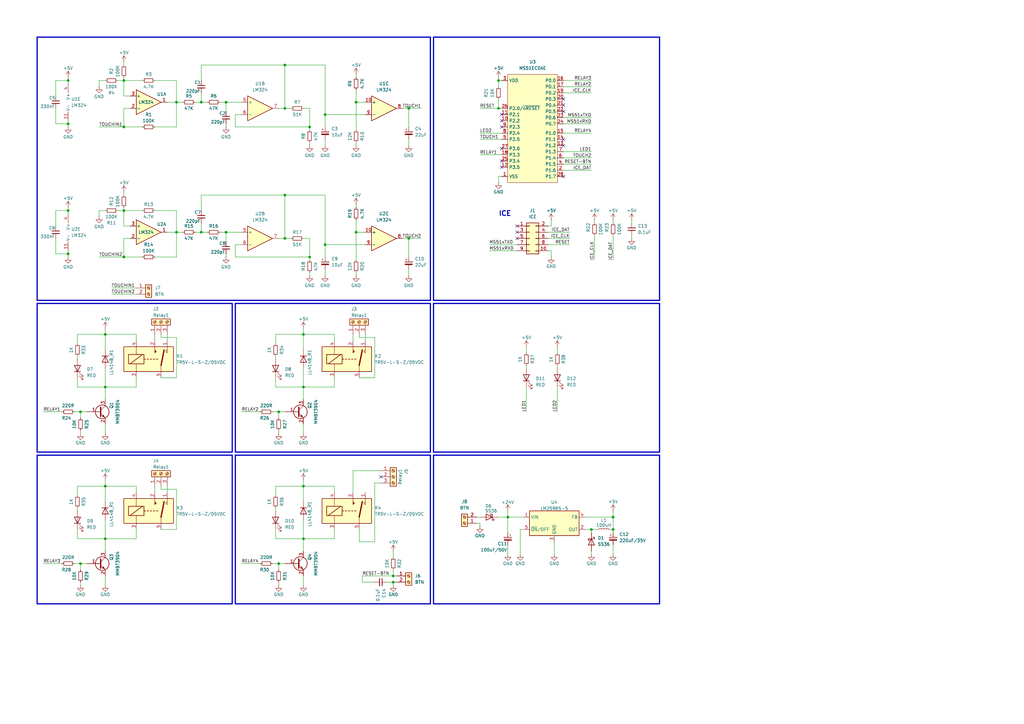
<source format=kicad_sch>
(kicad_sch (version 20231120) (generator "eeschema") (generator_version "8.0")
  (paper "A3")
  (junction (at 124.46 199.39))
  (junction (at 43.18 158.75))
  (junction (at 116.84 97.79))
  (junction (at 27.94 104.14))
  (junction (at 242.57 217.17))
  (junction (at 50.8 86.36))
  (junction (at 133.35 46.99))
  (junction (at 124.46 220.98))
  (junction (at 167.64 97.79))
  (junction (at 161.29 236.22))
  (junction (at 146.05 95.25))
  (junction (at 27.94 50.8))
  (junction (at 133.35 100.33))
  (junction (at 116.84 80.01))
  (junction (at 116.84 26.67))
  (junction (at 43.18 199.39))
  (junction (at 50.8 52.07))
  (junction (at 116.84 44.45))
  (junction (at 114.3 168.91))
  (junction (at 33.02 168.91))
  (junction (at 204.47 33.02))
  (junction (at 127 52.07))
  (junction (at 92.71 95.25))
  (junction (at 43.18 137.16))
  (junction (at 82.55 95.25))
  (junction (at 43.18 220.98))
  (junction (at 124.46 158.75))
  (junction (at 161.29 238.76))
  (junction (at 114.3 231.14))
  (junction (at 127 105.41))
  (junction (at 208.28 212.09))
  (junction (at 50.8 105.41))
  (junction (at 92.71 41.91))
  (junction (at 72.39 95.25))
  (junction (at 72.39 41.91))
  (junction (at 82.55 41.91))
  (junction (at 50.8 33.02))
  (junction (at 146.05 41.91))
  (junction (at 33.02 231.14))
  (junction (at 27.94 86.36))
  (junction (at 124.46 137.16))
  (junction (at 251.46 212.09))
  (junction (at 27.94 33.02))
  (junction (at 167.64 44.45))
  (junction (at 204.47 44.45))
  (junction (at 251.46 217.17))
  (no_connect (at 231.14 43.18))
  (no_connect (at 156.21 195.58))
  (no_connect (at 212.09 95.25))
  (no_connect (at 231.14 45.72))
  (no_connect (at 231.14 57.15))
  (no_connect (at 231.14 59.69))
  (no_connect (at 212.09 97.79))
  (no_connect (at 205.74 46.99))
  (no_connect (at 231.14 40.64))
  (no_connect (at 205.74 52.07))
  (no_connect (at 205.74 60.96))
  (no_connect (at 231.14 72.39))
  (no_connect (at 212.09 92.71))
  (no_connect (at 205.74 49.53))
  (no_connect (at 205.74 68.58))
  (no_connect (at 205.74 66.04))
  (wire (pts (xy 113.03 158.75) (xy 124.46 158.75)))
  (wire (pts (xy 63.5 52.07) (xy 72.39 52.07)))
  (wire (pts (xy 167.64 52.07) (xy 167.64 44.45)))
  (wire (pts (xy 228.6 158.75) (xy 228.6 168.91)))
  (wire (pts (xy 124.46 97.79) (xy 127 97.79)))
  (wire (pts (xy 114.3 168.91) (xy 114.3 171.45)))
  (wire (pts (xy 167.64 59.69) (xy 167.64 57.15)))
  (wire (pts (xy 72.39 138.43) (xy 66.04 138.43)))
  (wire (pts (xy 226.06 102.87) (xy 226.06 105.41)))
  (wire (pts (xy 116.84 97.79) (xy 119.38 97.79)))
  (wire (pts (xy 80.01 41.91) (xy 82.55 41.91)))
  (wire (pts (xy 43.18 220.98) (xy 43.18 226.06)))
  (wire (pts (xy 147.32 138.43) (xy 147.32 137.16)))
  (wire (pts (xy 111.76 168.91) (xy 114.3 168.91)))
  (wire (pts (xy 50.8 92.71) (xy 53.34 92.71)))
  (wire (pts (xy 146.05 95.25) (xy 146.05 106.68)))
  (wire (pts (xy 153.67 138.43) (xy 147.32 138.43)))
  (wire (pts (xy 242.57 64.77) (xy 231.14 64.77)))
  (wire (pts (xy 50.8 86.36) (xy 50.8 92.71)))
  (wire (pts (xy 33.02 168.91) (xy 33.02 171.45)))
  (wire (pts (xy 72.39 52.07) (xy 72.39 41.91)))
  (wire (pts (xy 96.52 105.41) (xy 96.52 100.33)))
  (wire (pts (xy 50.8 52.07) (xy 50.8 44.45)))
  (wire (pts (xy 22.86 97.79) (xy 22.86 104.14)))
  (wire (pts (xy 147.32 222.25) (xy 153.67 222.25)))
  (wire (pts (xy 133.35 57.15) (xy 133.35 59.69)))
  (wire (pts (xy 43.18 213.36) (xy 43.18 220.98)))
  (wire (pts (xy 137.16 154.94) (xy 137.16 158.75)))
  (wire (pts (xy 196.85 63.5) (xy 205.74 63.5)))
  (wire (pts (xy 92.71 95.25) (xy 92.71 99.06)))
  (wire (pts (xy 50.8 33.02) (xy 58.42 33.02)))
  (wire (pts (xy 114.3 231.14) (xy 114.3 233.68)))
  (wire (pts (xy 96.52 52.07) (xy 96.52 46.99)))
  (wire (pts (xy 31.75 154.94) (xy 31.75 158.75)))
  (wire (pts (xy 148.59 238.76) (xy 148.59 236.22)))
  (wire (pts (xy 111.76 231.14) (xy 114.3 231.14)))
  (wire (pts (xy 82.55 33.02) (xy 82.55 26.67)))
  (wire (pts (xy 50.8 105.41) (xy 50.8 97.79)))
  (wire (pts (xy 68.58 199.39) (xy 68.58 201.93)))
  (wire (pts (xy 22.86 33.02) (xy 27.94 33.02)))
  (wire (pts (xy 124.46 220.98) (xy 124.46 226.06)))
  (wire (pts (xy 167.64 97.79) (xy 172.72 97.79)))
  (wire (pts (xy 137.16 158.75) (xy 124.46 158.75)))
  (wire (pts (xy 146.05 30.48) (xy 146.05 31.75)))
  (wire (pts (xy 114.3 97.79) (xy 116.84 97.79)))
  (wire (pts (xy 242.57 227.33) (xy 242.57 226.06)))
  (wire (pts (xy 208.28 227.33) (xy 208.28 223.52)))
  (wire (pts (xy 50.8 85.09) (xy 50.8 86.36)))
  (wire (pts (xy 43.18 134.62) (xy 43.18 137.16)))
  (wire (pts (xy 43.18 196.85) (xy 43.18 199.39)))
  (wire (pts (xy 27.94 104.14) (xy 27.94 102.87)))
  (wire (pts (xy 55.88 137.16) (xy 43.18 137.16)))
  (wire (pts (xy 45.72 120.65) (xy 55.88 120.65)))
  (wire (pts (xy 251.46 227.33) (xy 251.46 223.52)))
  (wire (pts (xy 124.46 44.45) (xy 127 44.45)))
  (wire (pts (xy 68.58 137.16) (xy 68.58 139.7)))
  (wire (pts (xy 116.84 44.45) (xy 119.38 44.45)))
  (wire (pts (xy 127 113.03) (xy 127 111.76)))
  (wire (pts (xy 133.35 110.49) (xy 133.35 113.03)))
  (wire (pts (xy 208.28 218.44) (xy 208.28 212.09)))
  (wire (pts (xy 113.03 217.17) (xy 113.03 220.98)))
  (wire (pts (xy 242.57 33.02) (xy 231.14 33.02)))
  (wire (pts (xy 116.84 80.01) (xy 116.84 97.79)))
  (wire (pts (xy 259.08 97.79) (xy 259.08 96.52)))
  (wire (pts (xy 55.88 199.39) (xy 43.18 199.39)))
  (wire (pts (xy 242.57 217.17) (xy 245.11 217.17)))
  (wire (pts (xy 50.8 86.36) (xy 58.42 86.36)))
  (wire (pts (xy 72.39 41.91) (xy 74.93 41.91)))
  (wire (pts (xy 40.64 52.07) (xy 50.8 52.07)))
  (wire (pts (xy 124.46 236.22) (xy 124.46 240.03)))
  (wire (pts (xy 124.46 196.85) (xy 124.46 199.39)))
  (wire (pts (xy 161.29 238.76) (xy 161.29 240.03)))
  (wire (pts (xy 27.94 33.02) (xy 27.94 34.29)))
  (wire (pts (xy 31.75 208.28) (xy 31.75 209.55)))
  (wire (pts (xy 96.52 46.99) (xy 99.06 46.99)))
  (wire (pts (xy 30.48 168.91) (xy 33.02 168.91)))
  (wire (pts (xy 55.88 220.98) (xy 43.18 220.98)))
  (wire (pts (xy 72.39 217.17) (xy 72.39 200.66)))
  (wire (pts (xy 27.94 50.8) (xy 27.94 52.07)))
  (wire (pts (xy 133.35 46.99) (xy 133.35 26.67)))
  (wire (pts (xy 167.64 44.45) (xy 165.1 44.45)))
  (wire (pts (xy 48.26 33.02) (xy 50.8 33.02)))
  (wire (pts (xy 146.05 90.17) (xy 146.05 95.25)))
  (wire (pts (xy 242.57 35.56) (xy 231.14 35.56)))
  (wire (pts (xy 124.46 151.13) (xy 124.46 158.75)))
  (wire (pts (xy 35.56 231.14) (xy 33.02 231.14)))
  (wire (pts (xy 204.47 33.02) (xy 204.47 35.56)))
  (wire (pts (xy 167.64 44.45) (xy 172.72 44.45)))
  (wire (pts (xy 205.74 72.39) (xy 204.47 72.39)))
  (wire (pts (xy 33.02 176.53) (xy 33.02 177.8)))
  (wire (pts (xy 251.46 217.17) (xy 251.46 218.44)))
  (wire (pts (xy 45.72 118.11) (xy 55.88 118.11)))
  (wire (pts (xy 27.94 85.09) (xy 27.94 86.36)))
  (wire (pts (xy 72.39 33.02) (xy 72.39 41.91)))
  (wire (pts (xy 66.04 154.94) (xy 72.39 154.94)))
  (wire (pts (xy 113.03 203.2) (xy 113.03 199.39)))
  (wire (pts (xy 147.32 154.94) (xy 153.67 154.94)))
  (wire (pts (xy 227.33 227.33) (xy 227.33 222.25)))
  (wire (pts (xy 50.8 25.4) (xy 50.8 26.67)))
  (wire (pts (xy 240.03 217.17) (xy 242.57 217.17)))
  (wire (pts (xy 127 97.79) (xy 127 105.41)))
  (wire (pts (xy 208.28 212.09) (xy 214.63 212.09)))
  (wire (pts (xy 35.56 168.91) (xy 33.02 168.91)))
  (wire (pts (xy 242.57 67.31) (xy 231.14 67.31)))
  (wire (pts (xy 242.57 54.61) (xy 231.14 54.61)))
  (wire (pts (xy 153.67 198.12) (xy 156.21 198.12)))
  (wire (pts (xy 213.36 227.33) (xy 213.36 217.17)))
  (wire (pts (xy 240.03 212.09) (xy 251.46 212.09)))
  (wire (pts (xy 204.47 40.64) (xy 204.47 44.45)))
  (wire (pts (xy 133.35 105.41) (xy 133.35 100.33)))
  (wire (pts (xy 224.79 97.79) (xy 233.68 97.79)))
  (wire (pts (xy 27.94 86.36) (xy 27.94 87.63)))
  (wire (pts (xy 72.39 200.66) (xy 66.04 200.66)))
  (wire (pts (xy 113.03 154.94) (xy 113.03 158.75)))
  (wire (pts (xy 196.85 214.63) (xy 196.85 215.9)))
  (wire (pts (xy 147.32 217.17) (xy 147.32 222.25)))
  (wire (pts (xy 228.6 142.24) (xy 228.6 144.78)))
  (wire (pts (xy 242.57 62.23) (xy 231.14 62.23)))
  (wire (pts (xy 22.86 50.8) (xy 27.94 50.8)))
  (wire (pts (xy 242.57 38.1) (xy 231.14 38.1)))
  (wire (pts (xy 43.18 158.75) (xy 43.18 163.83)))
  (wire (pts (xy 146.05 83.82) (xy 146.05 85.09)))
  (wire (pts (xy 242.57 48.26) (xy 231.14 48.26)))
  (wire (pts (xy 116.84 231.14) (xy 114.3 231.14)))
  (wire (pts (xy 127 105.41) (xy 96.52 105.41)))
  (wire (pts (xy 80.01 95.25) (xy 82.55 95.25)))
  (wire (pts (xy 204.47 44.45) (xy 205.74 44.45)))
  (wire (pts (xy 195.58 212.09) (xy 196.85 212.09)))
  (wire (pts (xy 127 105.41) (xy 127 106.68)))
  (wire (pts (xy 124.46 199.39) (xy 124.46 205.74)))
  (wire (pts (xy 137.16 201.93) (xy 137.16 199.39)))
  (wire (pts (xy 55.88 158.75) (xy 43.18 158.75)))
  (wire (pts (xy 196.85 54.61) (xy 205.74 54.61)))
  (wire (pts (xy 137.16 137.16) (xy 124.46 137.16)))
  (wire (pts (xy 224.79 92.71) (xy 226.06 92.71)))
  (wire (pts (xy 31.75 158.75) (xy 43.18 158.75)))
  (wire (pts (xy 43.18 173.99) (xy 43.18 177.8)))
  (wire (pts (xy 31.75 199.39) (xy 43.18 199.39)))
  (wire (pts (xy 146.05 41.91) (xy 146.05 53.34)))
  (wire (pts (xy 33.02 238.76) (xy 33.02 240.03)))
  (wire (pts (xy 251.46 212.09) (xy 251.46 217.17)))
  (wire (pts (xy 40.64 35.56) (xy 40.64 33.02)))
  (wire (pts (xy 82.55 80.01) (xy 116.84 80.01)))
  (wire (pts (xy 146.05 59.69) (xy 146.05 58.42)))
  (wire (pts (xy 116.84 168.91) (xy 114.3 168.91)))
  (wire (pts (xy 22.86 86.36) (xy 27.94 86.36)))
  (wire (pts (xy 92.71 105.41) (xy 92.71 104.14)))
  (wire (pts (xy 243.84 90.17) (xy 243.84 91.44)))
  (wire (pts (xy 40.64 105.41) (xy 50.8 105.41)))
  (wire (pts (xy 137.16 217.17) (xy 137.16 220.98)))
  (wire (pts (xy 22.86 104.14) (xy 27.94 104.14)))
  (wire (pts (xy 250.19 217.17) (xy 251.46 217.17)))
  (wire (pts (xy 124.46 213.36) (xy 124.46 220.98)))
  (wire (pts (xy 72.39 41.91) (xy 68.58 41.91)))
  (wire (pts (xy 43.18 151.13) (xy 43.18 158.75)))
  (wire (pts (xy 133.35 100.33) (xy 149.86 100.33)))
  (wire (pts (xy 55.88 217.17) (xy 55.88 220.98)))
  (wire (pts (xy 82.55 26.67) (xy 116.84 26.67)))
  (wire (pts (xy 48.26 86.36) (xy 50.8 86.36)))
  (wire (pts (xy 127 44.45) (xy 127 52.07)))
  (wire (pts (xy 113.03 140.97) (xy 113.03 137.16)))
  (wire (pts (xy 133.35 52.07) (xy 133.35 46.99)))
  (wire (pts (xy 144.78 193.04) (xy 144.78 201.93)))
  (wire (pts (xy 224.79 95.25) (xy 233.68 95.25)))
  (wire (pts (xy 251.46 106.68) (xy 251.46 96.52)))
  (wire (pts (xy 72.39 86.36) (xy 72.39 95.25)))
  (wire (pts (xy 224.79 100.33) (xy 233.68 100.33)))
  (wire (pts (xy 133.35 80.01) (xy 116.84 80.01)))
  (wire (pts (xy 259.08 90.17) (xy 259.08 91.44)))
  (wire (pts (xy 55.88 154.94) (xy 55.88 158.75)))
  (wire (pts (xy 113.03 220.98) (xy 124.46 220.98)))
  (wire (pts (xy 224.79 102.87) (xy 226.06 102.87)))
  (wire (pts (xy 116.84 26.67) (xy 116.84 44.45)))
  (wire (pts (xy 22.86 44.45) (xy 22.86 50.8)))
  (wire (pts (xy 82.55 91.44) (xy 82.55 95.25)))
  (wire (pts (xy 30.48 231.14) (xy 33.02 231.14)))
  (wire (pts (xy 167.64 105.41) (xy 167.64 97.79)))
  (wire (pts (xy 113.03 146.05) (xy 113.03 147.32)))
  (wire (pts (xy 148.59 236.22) (xy 161.29 236.22)))
  (wire (pts (xy 162.56 236.22) (xy 161.29 236.22)))
  (wire (pts (xy 33.02 231.14) (xy 33.02 233.68)))
  (wire (pts (xy 50.8 31.75) (xy 50.8 33.02)))
  (wire (pts (xy 228.6 149.86) (xy 228.6 151.13)))
  (wire (pts (xy 66.04 138.43) (xy 66.04 137.16)))
  (wire (pts (xy 55.88 201.93) (xy 55.88 199.39)))
  (wire (pts (xy 63.5 33.02) (xy 72.39 33.02)))
  (wire (pts (xy 204.47 212.09) (xy 208.28 212.09)))
  (wire (pts (xy 146.05 113.03) (xy 146.05 111.76)))
  (wire (pts (xy 31.75 146.05) (xy 31.75 147.32)))
  (wire (pts (xy 167.64 97.79) (xy 165.1 97.79)))
  (wire (pts (xy 72.39 95.25) (xy 74.93 95.25)))
  (wire (pts (xy 215.9 149.86) (xy 215.9 151.13)))
  (wire (pts (xy 215.9 158.75) (xy 215.9 168.91)))
  (wire (pts (xy 82.55 38.1) (xy 82.55 41.91)))
  (wire (pts (xy 226.06 92.71) (xy 226.06 90.17)))
  (wire (pts (xy 146.05 36.83) (xy 146.05 41.91)))
  (wire (pts (xy 17.78 168.91) (xy 25.4 168.91)))
  (wire (pts (xy 137.16 199.39) (xy 124.46 199.39)))
  (wire (pts (xy 50.8 33.02) (xy 50.8 39.37)))
  (wire (pts (xy 50.8 97.79) (xy 53.34 97.79)))
  (wire (pts (xy 58.42 105.41) (xy 50.8 105.41)))
  (wire (pts (xy 27.94 104.14) (xy 27.94 105.41)))
  (wire (pts (xy 92.71 41.91) (xy 92.71 45.72)))
  (wire (pts (xy 127 59.69) (xy 127 58.42)))
  (wire (pts (xy 153.67 154.94) (xy 153.67 138.43)))
  (wire (pts (xy 158.75 238.76) (xy 161.29 238.76)))
  (wire (pts (xy 153.67 222.25) (xy 153.67 198.12)))
  (wire (pts (xy 200.66 100.33) (xy 212.09 100.33)))
  (wire (pts (xy 195.58 214.63) (xy 196.85 214.63)))
  (wire (pts (xy 149.86 137.16) (xy 149.86 139.7)))
  (wire (pts (xy 242.57 69.85) (xy 231.14 69.85)))
  (wire (pts (xy 55.88 139.7) (xy 55.88 137.16)))
  (wire (pts (xy 72.39 105.41) (xy 72.39 95.25)))
  (wire (pts (xy 162.56 238.76) (xy 161.29 238.76)))
  (wire (pts (xy 63.5 105.41) (xy 72.39 105.41)))
  (wire (pts (xy 40.64 88.9) (xy 40.64 86.36)))
  (wire (pts (xy 200.66 102.87) (xy 212.09 102.87)))
  (wire (pts (xy 82.55 41.91) (xy 85.09 41.91)))
  (wire (pts (xy 31.75 217.17) (xy 31.75 220.98)))
  (wire (pts (xy 242.57 217.17) (xy 242.57 218.44)))
  (wire (pts (xy 50.8 44.45) (xy 53.34 44.45)))
  (wire (pts (xy 149.86 41.91) (xy 146.05 41.91)))
  (wire (pts (xy 161.29 236.22) (xy 161.29 233.68)))
  (wire (pts (xy 251.46 209.55) (xy 251.46 212.09)))
  (wire (pts (xy 58.42 52.07) (xy 50.8 52.07)))
  (wire (pts (xy 167.64 113.03) (xy 167.64 110.49)))
  (wire (pts (xy 213.36 217.17) (xy 214.63 217.17)))
  (wire (pts (xy 113.03 208.28) (xy 113.03 209.55)))
  (wire (pts (xy 63.5 199.39) (xy 63.5 201.93)))
  (wire (pts (xy 31.75 140.97) (xy 31.75 137.16)))
  (wire (pts (xy 96.52 100.33) (xy 99.06 100.33)))
  (wire (pts (xy 31.75 220.98) (xy 43.18 220.98)))
  (wire (pts (xy 113.03 137.16) (xy 124.46 137.16)))
  (wire (pts (xy 133.35 100.33) (xy 133.35 80.01)))
  (wire (pts (xy 124.46 158.75) (xy 124.46 163.83)))
  (wire (pts (xy 196.85 44.45) (xy 204.47 44.45)))
  (wire (pts (xy 27.94 50.8) (xy 27.94 49.53)))
  (wire (pts (xy 124.46 173.99) (xy 124.46 177.8)))
  (wire (pts (xy 133.35 46.99) (xy 149.86 46.99)))
  (wire (pts (xy 114.3 44.45) (xy 116.84 44.45)))
  (wire (pts (xy 72.39 154.94) (xy 72.39 138.43)))
  (wire (pts (xy 124.46 137.16) (xy 124.46 143.51)))
  (wire (pts (xy 137.16 220.98) (xy 124.46 220.98)))
  (wire (pts (xy 208.28 209.55) (xy 208.28 212.09)))
  (wire (pts (xy 90.17 95.25) (xy 92.71 95.25)))
  (wire (pts (xy 114.3 238.76) (xy 114.3 240.03)))
  (wire (pts (xy 22.86 92.71) (xy 22.86 86.36)))
  (wire (pts (xy 196.85 57.15) (xy 205.74 57.15)))
  (wire (pts (xy 205.74 33.02) (xy 204.47 33.02)))
  (wire (pts (xy 204.47 33.02) (xy 204.47 31.75)))
  (wire (pts (xy 113.03 199.39) (xy 124.46 199.39)))
  (wire (pts (xy 144.78 137.16) (xy 144.78 139.7)))
  (wire (pts (xy 40.64 86.36) (xy 43.18 86.36)))
  (wire (pts (xy 92.71 95.25) (xy 99.06 95.25)))
  (wire (pts (xy 124.46 134.62) (xy 124.46 137.16)))
  (wire (pts (xy 99.06 231.14) (xy 106.68 231.14)))
  (wire (pts (xy 63.5 86.36) (xy 72.39 86.36)))
  (wire (pts (xy 149.86 95.25) (xy 146.05 95.25)))
  (wire (pts (xy 92.71 41.91) (xy 99.06 41.91)))
  (wire (pts (xy 43.18 199.39) (xy 43.18 205.74)))
  (wire (pts (xy 127 52.07) (xy 96.52 52.07)))
  (wire (pts (xy 63.5 137.16) (xy 63.5 139.7)))
  (wire (pts (xy 127 52.07) (xy 127 53.34)))
  (wire (pts (xy 31.75 137.16) (xy 43.18 137.16)))
  (wire (pts (xy 99.06 168.91) (xy 106.68 168.91)))
  (wire (pts (xy 90.17 41.91) (xy 92.71 41.91)))
  (wire (pts (xy 251.46 90.17) (xy 251.46 91.44)))
  (wire (pts (xy 40.64 33.02) (xy 43.18 33.02)))
  (wire (pts (xy 92.71 52.07) (xy 92.71 50.8)))
  (wire (pts (xy 215.9 142.24) (xy 215.9 144.78)))
  (wire (pts (xy 17.78 231.14) (xy 25.4 231.14)))
  (wire (pts (xy 22.86 39.37) (xy 22.86 33.02)))
  (wire (pts (xy 153.67 238.76) (xy 148.59 238.76)))
  (wire (pts (xy 161.29 226.06) (xy 161.29 228.6)))
  (wire (pts (xy 204.47 72.39) (xy 204.47 74.93)))
  (wire (pts (xy 144.78 193.04) (xy 156.21 193.04)))
  (wire (pts (xy 27.94 31.75) (xy 27.94 33.02)))
  (wire (pts (xy 50.8 39.37) (xy 53.34 39.37)))
  (wire (pts (xy 66.04 200.66) (xy 66.04 199.39)))
  (wire (pts (xy 137.16 139.7) (xy 137.16 137.16)))
  (wire (pts (xy 82.55 95.25) (xy 85.09 95.25)))
  (wire (pts (xy 43.18 236.22) (xy 43.18 240.03)))
  (wire (pts (xy 242.57 50.8) (xy 231.14 50.8)))
  (wire (pts (xy 31.75 203.2) (xy 31.75 199.39)))
  (wire (pts (xy 243.84 106.68) (xy 243.84 96.52)))
  (wire (pts (xy 72.39 95.25) (xy 68.58 95.25)))
  (wire (pts (xy 43.18 137.16) (xy 43.18 143.51)))
  (wire (pts (xy 66.04 217.17) (xy 72.39 217.17)))
  (wire (pts (xy 82.55 86.36) (xy 82.55 80.01)))
  (wire (pts (xy 114.3 176.53) (xy 114.3 177.8)))
  (wire (pts (xy 133.35 26.67) (xy 116.84 26.67)))
  (wire (pts (xy 50.8 78.74) (xy 50.8 80.01)))
  (rectangle (start 15.24 124.46) (end 95.25 185.42) (stroke (width 0.5)))
  (rectangle (start 177.8 15.24) (end 270.51 123.19) (stroke (width 0.5)))
  (rectangle (start 15.24 15.24) (end 176.53 123.19) (stroke (width 0.5)))
  (rectangle (start 177.8 124.46) (end 270.51 185.42) (stroke (width 0.5)))
  (rectangle (start 96.52 186.69) (end 176.53 247.65) (stroke (width 0.5)))
  (rectangle (start 177.8 186.69) (end 270.51 247.65) (stroke (width 0.5)))
  (rectangle (start 15.24 186.69) (end 95.25 247.65) (stroke (width 0.5)))
  (rectangle (start 96.52 124.46) (end 176.53 185.42) (stroke (width 0.5)))
  (text "ICE" (at 204.47 88.9 0) (effects (font (size 2 2) (thickness 0.4) (bold yes)) (justify left bottom)))
  (label "LED2" (at 228.6 168.91 90))
  (label "TOUCHIN2" (at 40.64 105.41 0))
  (label "ICE_DAT" (at 233.68 95.25 180))
  (label "TOUCHIN1" (at 45.72 118.11 0))
  (label "RELAY4" (at 242.57 54.61 180))
  (label "ICE_DAT" (at 242.57 69.85 180))
  (label "ICE_CLK" (at 243.84 106.68 90))
  (label "TOUCHIN2" (at 45.72 120.65 0))
  (label "RESET-BTN" (at 148.59 236.22 0))
  (label "ICE_CLK" (at 233.68 97.79 180))
  (label "RELAY3" (at 17.78 231.14 0))
  (label "TOUCH2" (at 172.72 97.79 180))
  (label "RESET" (at 196.85 44.45 0))
  (label "TOUCH1" (at 172.72 44.45 180))
  (label "TOUCHIN1" (at 40.64 52.07 0))
  (label "RELAY1" (at 196.85 63.5 0))
  (label "RELAY2" (at 99.06 168.91 0))
  (label "LED1" (at 242.57 62.23 180))
  (label "RESET-BTN" (at 242.57 67.31 180))
  (label "LED2" (at 196.85 54.61 0))
  (label "MS51xRXD" (at 200.66 102.87 0))
  (label "RESET" (at 233.68 100.33 180))
  (label "RELAY1" (at 17.78 168.91 0))
  (label "ICE_CLK" (at 242.57 38.1 180))
  (label "TOUCH2" (at 242.57 64.77 180))
  (label "ICE_DAT" (at 251.46 106.68 90))
  (label "MS51xTXD" (at 200.66 100.33 0))
  (label "MS51xRXD" (at 242.57 50.8 180))
  (label "TOUCH1" (at 196.85 57.15 0))
  (label "RELAY3" (at 242.57 33.02 180))
  (label "MS51xTXD" (at 242.57 48.26 180))
  (label "LED1" (at 215.9 168.91 90))
  (label "RELAY4" (at 99.06 231.14 0))
  (label "RELAY2" (at 242.57 35.56 180))
  (symbol (lib_id "Device:R_Small") (at 109.22 168.91 270) (unit 1)
    (property "Reference" "R26" (at 110.49 171.45 90) (effects (justify right)))
    (property "Value" "220R" (at 111.76 166.37 90) (effects (justify right)))
    (property "Footprint" "Resistor_SMD:R_0603_1608Metric" (effects (hide yes)))
    (property "Datasheet" "https://cdn.ozdisan.com/ETicaret_Dosya/399380_9872459.pdf" (effects (hide yes)))
    (property "Description" "RES.(1608) 0603 220 Ohms 1% 1/10W-S 100PPM" (effects (hide yes)))
    (property "Manufacturer" "ROYALOHM" (effects (hide yes)))
    (property "Suplier" "Ozdisan" (effects (hide yes)))
    (property "Suplier Part Number" "0603SAF2200T5E" (effects (hide yes)))
    (property "Package-Case" "0603" (effects (hide yes)))
    (property "URL" "https://ozdisan.com/Product/Detail/341792/0603SAF2200T5E" (effects (hide yes)))
  )
  (symbol (lib_id "Device:R_Small") (at 204.47 38.1 180) (unit 1)
    (property "Reference" "R21" (at 199.39 38.1 90))
    (property "Value" "10K" (at 201.93 38.1 90))
    (property "Footprint" "Resistor_SMD:R_0603_1608Metric" (effects (hide yes)))
    (property "Datasheet" "https://cdn.ozdisan.com/ETicaret_Dosya/570122_9878629.pdf" (effects (hide yes)))
    (property "Description" "RES.(1608) 0603 10K Ohms 1% 1/10W 25PPM" (effects (hide yes)))
    (property "Suplier" "Ozdisan" (effects (hide yes)))
    (property "Suplier Part Number" "TC0325F1002T5F" (effects (hide yes)))
    (property "Package-Case" "0603" (effects (hide yes)))
    (property "Manufacturer" "ROYALOHM" (effects (hide yes)))
    (property "URL" "https://ozdisan.com/Product/Detail/727909/TC0325F1002T5F" (effects (hide yes)))
  )
  (symbol (lib_id "power:+5V") (at 146.05 30.48 0) (unit 1)
    (property "Reference" "#PWR07" (effects (hide yes)))
    (property "Value" "+5V" (at 146.05 26.67 0))
    (property "Description" "Power symbol creates a global label with name \"+5V\"" (effects (hide yes)))
  )
  (symbol (lib_id "power:+5V") (at 161.29 226.06 0) (unit 1)
    (property "Reference" "#PWR049" (effects (hide yes)))
    (property "Value" "+5V" (at 161.29 222.25 0))
    (property "Description" "Power symbol creates a global label with name \"+5V\"" (effects (hide yes)))
  )
  (symbol (lib_id "power:GND") (at 114.3 240.03 0) (unit 1)
    (property "Reference" "#PWR045" (effects (hide yes)))
    (property "Value" "GND" (at 114.3 243.84 0))
  )
  (symbol (lib_id "power:GND") (at 27.94 105.41 0) (unit 1)
    (property "Reference" "#PWR012" (effects (hide yes)))
    (property "Value" "GND" (at 27.94 109.474 0))
    (property "Description" "Power symbol creates a global label with name \"GND\" , ground" (effects (hide yes)))
  )
  (symbol (lib_id "Transistor_BJT:MMBT3904") (at 121.92 231.14 0) (unit 1)
    (property "Reference" "Q4" (at 127 229.8699 90) (effects (justify left)))
    (property "Value" "MMBT3904" (at 129.54 236.22 90) (effects (justify left)))
    (property "Footprint" "Package_TO_SOT_SMD:SOT-23" (effects (hide yes)))
    (property "Datasheet" "https://www.onsemi.com/pub/Collateral/2N3903-D.PDF" (effects (hide yes)))
    (property "Description" "TRANSISTOR DIS.200mA 40V NPN SOT23 EPITAXIAL SMT" (effects (hide yes)))
    (property "Manufacturer" "HOTTECH" (effects (hide yes)))
    (property "Suplier" "Ozdisan" (effects (hide yes)))
    (property "Suplier Part Number" "MMBT3904-HT" (effects (hide yes)))
    (property "Package-Case" "SOT-23" (effects (hide yes)))
    (property "URL" "https://ozdisan.com/Product/Detail/468189/MMBT3904-HT" (effects (hide yes)))
  )
  (symbol (lib_id "Device:R_Small") (at 243.84 93.98 0) (mirror y) (unit 1)
    (property "Reference" "R22" (at 241.3 95.25 90) (effects (justify left)))
    (property "Value" "100K" (at 246.38 96.52 90) (effects (justify left)))
    (property "Footprint" "Resistor_SMD:R_0603_1608Metric" (effects (hide yes)))
    (property "Datasheet" "https://cdn.ozdisan.com/ETicaret_Dosya/399380_9872459.pdf" (effects (hide yes)))
    (property "Description" "RES.(1608) 0603 100K Ohms 5% 1/10W-S 100PPM" (effects (hide yes)))
    (property "Package-Case" "0603" (effects (hide yes)))
    (property "Manufacturer" "ROYALOHM" (effects (hide yes)))
    (property "Suplier" "Ozdisan" (effects (hide yes)))
    (property "Suplier Part Number" "0603SAJ0104T5E" (effects (hide yes)))
    (property "URL" "https://ozdisan.com/pasif-komponentler/direncler/smt-smd-ve-cip-direncler/0603SAF1003T5E/339374\\" (effects (hide yes)))
  )
  (symbol (lib_id "Device:C_Small") (at 259.08 93.98 0) (unit 1)
    (property "Reference" "C13" (at 261.62 92.71 0) (effects (justify left)))
    (property "Value" "0.1uF" (at 261.62 95.25 0) (effects (justify left)))
    (property "Footprint" "Capacitor_SMD:C_0603_1608Metric" (effects (hide yes)))
    (property "Datasheet" "https://cdn.ozdisan.com/ETicaret_Dosya/448212_5798276.PDF" (effects (hide yes)))
    (property "Description" "MLCC (1608) 0603 100nF 50VDC ±10% X7R" (effects (hide yes)))
    (property "Manufacturer" "SAMSUNG" (effects (hide yes)))
    (property "Suplier" "Ozdisan" (effects (hide yes)))
    (property "Suplier Part Number" "CL10B104KB8NNNC" (effects (hide yes)))
    (property "Package-Case" "0603" (effects (hide yes)))
    (property "URL" "https://ozdisan.com/Product/Detail/9739/CL10B104KB8NNNC" (effects (hide yes)))
  )
  (symbol (lib_id "power:GND") (at 161.29 240.03 0) (unit 1)
    (property "Reference" "#PWR048" (effects (hide yes)))
    (property "Value" "GND" (at 161.29 243.84 0))
  )
  (symbol (lib_id "power:GND") (at 213.36 227.33 0) (unit 1)
    (property "Reference" "#PWR023" (effects (hide yes)))
    (property "Value" "GND" (at 213.36 231.14 0))
  )
  (symbol (lib_id "Device:C_Polarized_Small") (at 167.64 107.95 0) (unit 1)
    (property "Reference" "C10" (at 170.18 106.1338 0) (effects (justify left)))
    (property "Value" "22uF" (at 170.18 108.6738 0) (effects (justify left)))
    (property "Footprint" "Capacitor_SMD:CP_Elec_5x5.4" (effects (hide yes)))
    (property "Datasheet" "https://cdn.ozdisan.com/ETicaret_Dosya/649812_174521.pdf" (effects (hide yes)))
    (property "Description" "CAP.EL.22uF 25V 5x5.4 105C SMD" (effects (hide yes)))
    (property "URL" "https://ozdisan.com/pasif-komponentler/kapasitorler/aluminyum-kapasitorler/EEV226M025S9DAA/649812" (effects (hide yes)))
    (property "Suplier Part Number" "EEV226M025S9DAA" (effects (hide yes)))
    (property "Suplier" "Ozdisan" (effects (hide yes)))
    (property "Package-Case" "5x5.4" (effects (hide yes)))
    (property "Manufacturer" "KEMET" (effects (hide yes)))
  )
  (symbol (lib_id "power:+5V") (at 27.94 31.75 0) (unit 1)
    (property "Reference" "#PWR09" (effects (hide yes)))
    (property "Value" "+5V" (at 27.94 27.94 0))
    (property "Description" "Power symbol creates a global label with name \"+5V\"" (effects (hide yes)))
  )
  (symbol (lib_id "Device:R_Small") (at 146.05 55.88 0) (mirror y) (unit 1)
    (property "Reference" "R10" (at 148.59 55.88 90))
    (property "Value" "12K" (at 143.51 55.88 90))
    (property "Footprint" "Resistor_SMD:R_0603_1608Metric" (effects (hide yes)))
    (property "Datasheet" "https://cdn.ozdisan.com/ETicaret_Dosya/399380_9872459.pdf" (effects (hide yes)))
    (property "Description" "RES.(1608) 0603 12K Ohms 1% 1/10W-S 100PPM" (effects (hide yes)))
    (property "Manufacturer" "ROYALOHM" (effects (hide yes)))
    (property "Suplier" "Ozdisan" (effects (hide yes)))
    (property "Suplier Part Number" "0603SAF1202T5E" (effects (hide yes)))
    (property "Package-Case" "0603" (effects (hide yes)))
    (property "URL" "https://ozdisan.com/pasif-komponentler/direncler/smt-smd-ve-cip-direncler/0603SAF1202T5E/353308" (effects (hide yes)))
  )
  (symbol (lib_id "Device:R_Small") (at 228.6 147.32 0) (mirror y) (unit 1)
    (property "Reference" "R38" (at 231.14 147.32 90))
    (property "Value" "1K" (at 226.06 147.32 90))
    (property "Footprint" "Resistor_SMD:R_0603_1608Metric" (effects (hide yes)))
    (property "Datasheet" "https://cdn.ozdisan.com/ETicaret_Dosya/1054350_2132225028..pdf" (effects (hide yes)))
    (property "Description" "RES.(1608) 0603 1K Ohms 5% 1/10W-S 100PPM" (effects (hide yes)))
    (property "Manufacturer" "VIKING" (effects (hide yes)))
    (property "Suplier" "Ozdisan" (effects (hide yes)))
    (property "Suplier Part Number" "CRT03J7E1001" (effects (hide yes)))
    (property "Package-Case" "0603" (effects (hide yes)))
    (property "URL" "https://ozdisan.com/pasif-komponentler/direncler/smt-smd-ve-cip-direncler/CRT03J7E1001/1054377" (effects (hide yes)))
  )
  (symbol (lib_id "Device:LED") (at 113.03 213.36 90) (unit 1)
    (property "Reference" "D10" (at 116.84 213.6774 90) (effects (justify right)))
    (property "Value" "RED" (at 116.84 216.2174 90) (effects (justify right)))
    (property "Footprint" "LED_SMD:LED_0805_2012Metric" (effects (hide yes)))
    (property "Datasheet" "https://cdn.ozdisan.com/ETicaret_Dosya/471650_2749666.pdf" (effects (hide yes)))
    (property "Description" "Light emitting diode" (effects (hide yes)))
    (property "URL" "https://ozdisan.com/led-ve-aydinlatma-cozumleri/led-komponentler/sinyal-ledler-tek-renkli/HL-PSC-2012S9AC/471650" (effects (hide yes)))
    (property "Suplier Part Number" "HL-PSC-2012S9AC" (effects (hide yes)))
    (property "Suplier" "Ozdisan" (effects (hide yes)))
    (property "Package-Case" "0805" (effects (hide yes)))
    (property "Manufacturer" "HONGLITRONIC" (effects (hide yes)))
  )
  (symbol (lib_id "Connector:Screw_Terminal_01x02") (at 167.64 236.22 0) (unit 1)
    (property "Reference" "J6" (at 170.18 236.2199 0) (effects (justify left)))
    (property "Value" "BTN" (at 170.18 238.7599 0) (effects (justify left)))
    (property "Footprint" "TerminalBlock_4Ucon:TerminalBlock_4Ucon_1x02_P3.50mm_Horizontal" (effects (hide yes)))
    (property "Datasheet" "https://cdn.ozdisan.com/ETicaret_Dosya/1201453_1176203562..pdf" (effects (hide yes)))
    (property "Description" "TERM.BLK.3.50MM 2P" (effects (hide yes)))
    (property "URL" "https://ozdisan.com/konnektor-ve-baglanti-elemanlari/klemensler/pcb-klemensler/DG350-3-5-02P-12-00AH/1201453" (effects (hide yes)))
    (property "Suplier Part Number" "DG350-3.5-02P-12-00AH" (effects (hide yes)))
    (property "Suplier" "Ozdisan" (effects (hide yes)))
    (property "Package-Case" "THT" (effects (hide yes)))
    (property "Manufacturer" "DEGSON" (effects (hide yes)))
  )
  (symbol (lib_id "Device:C_Small") (at 156.21 238.76 270) (unit 1)
    (property "Reference" "C14" (at 157.48 241.3 0) (effects (justify left)))
    (property "Value" "0.1uF" (at 154.94 241.3 0) (effects (justify left)))
    (property "Footprint" "Capacitor_SMD:C_0603_1608Metric" (effects (hide yes)))
    (property "Datasheet" "https://cdn.ozdisan.com/ETicaret_Dosya/448212_5798276.PDF" (effects (hide yes)))
    (property "Description" "MLCC (1608) 0603 100nF 50VDC ±10% X7R" (effects (hide yes)))
    (property "Manufacturer" "SAMSUNG" (effects (hide yes)))
    (property "Suplier" "Ozdisan" (effects (hide yes)))
    (property "Suplier Part Number" "CL10B104KB8NNNC" (effects (hide yes)))
    (property "Package-Case" "0603" (effects (hide yes)))
    (property "URL" "https://ozdisan.com/Product/Detail/9739/CL10B104KB8NNNC" (effects (hide yes)))
  )
  (symbol (lib_id "power:GND") (at 43.18 177.8 0) (unit 1)
    (property "Reference" "#PWR038" (effects (hide yes)))
    (property "Value" "GND" (at 43.18 181.61 0))
  )
  (symbol (lib_id "Device:R_Small") (at 113.03 143.51 0) (mirror y) (unit 1)
    (property "Reference" "R34" (at 115.57 143.51 90))
    (property "Value" "1K" (at 110.49 143.51 90))
    (property "Footprint" "Resistor_SMD:R_0603_1608Metric" (effects (hide yes)))
    (property "Datasheet" "https://cdn.ozdisan.com/ETicaret_Dosya/1054350_2132225028..pdf" (effects (hide yes)))
    (property "Description" "RES.(1608) 0603 1K Ohms 5% 1/10W-S 100PPM" (effects (hide yes)))
    (property "Manufacturer" "VIKING" (effects (hide yes)))
    (property "Suplier" "Ozdisan" (effects (hide yes)))
    (property "Suplier Part Number" "CRT03J7E1001" (effects (hide yes)))
    (property "Package-Case" "0603" (effects (hide yes)))
    (property "URL" "https://ozdisan.com/pasif-komponentler/direncler/smt-smd-ve-cip-direncler/CRT03J7E1001/1054377" (effects (hide yes)))
  )
  (symbol (lib_id "power:GND") (at 33.02 177.8 0) (unit 1)
    (property "Reference" "#PWR036" (effects (hide yes)))
    (property "Value" "GND" (at 33.02 181.61 0))
  )
  (symbol (lib_id "power:+24V") (at 208.28 209.55 0) (unit 1)
    (property "Reference" "#PWR021" (effects (hide yes)))
    (property "Value" "+24V" (at 208.28 205.994 0))
    (property "Description" "Power symbol creates a global label with name \"+24V\"" (effects (hide yes)))
  )
  (symbol (lib_id "power:+5V") (at 215.9 142.24 0) (unit 1)
    (property "Reference" "#PWR051" (effects (hide yes)))
    (property "Value" "+5V" (at 215.9 138.43 0))
    (property "Description" "Power symbol creates a global label with name \"+5V\"" (effects (hide yes)))
  )
  (symbol (lib_id "Device:R_Small") (at 146.05 34.29 0) (mirror x) (unit 1)
    (property "Reference" "R9" (at 143.51 34.29 90))
    (property "Value" "4.7K" (at 148.59 34.29 90))
    (property "Footprint" "Resistor_SMD:R_0603_1608Metric" (effects (hide yes)))
    (property "Datasheet" "https://cdn.ozdisan.com/ETicaret_Dosya/587884_199809.pdf" (effects (hide yes)))
    (property "Description" "RES.(1608) 0603 4.7K Ohms 1% 1/10W AUTOMOTIV" (effects (hide yes)))
    (property "Manufacturer" "ROYALOHM" (effects (hide yes)))
    (property "Suplier" "Ozdisan" (effects (hide yes)))
    (property "Suplier Part Number" "CQ03SAF4701T5E" (effects (hide yes)))
    (property "Package-Case" "0603" (effects (hide yes)))
    (property "URL" "https://ozdisan.com/Product/Detail/587953/CQ03SAF4701T5E" (effects (hide yes)))
  )
  (symbol (lib_id "Device:C_Small") (at 92.71 48.26 0) (unit 1)
    (property "Reference" "C2" (at 89.916 46.482 0) (effects (justify left)))
    (property "Value" "220pF" (at 86.36 50.038 0) (effects (justify left)))
    (property "Footprint" "Capacitor_SMD:C_0603_1608Metric" (effects (hide yes)))
    (property "Datasheet" "https://cdn.ozdisan.com/ETicaret_Dosya/448212_5798276.PDF" (effects (hide yes)))
    (property "Description" "MLCC (1608) 0603 220pF 50VDC ±5% X7R" (effects (hide yes)))
    (property "Manufacturer" "SAMSUNG" (effects (hide yes)))
    (property "Suplier" "Ozdisan" (effects (hide yes)))
    (property "Suplier Part Number" "CL10B221JB8NNNC" (effects (hide yes)))
    (property "Package-Case" "0603" (effects (hide yes)))
    (property "URL" "https://ozdisan.com/pasif-komponentler/kondansatorler/smt-smd-ve-mlcc-kondansatorler/CL10B221JB8NNNC/14795" (effects (hide yes)))
  )
  (symbol (lib_id "Amplifier_Operational:LM324") (at 30.48 41.91 0) (unit 5)
    (property "Reference" "U1" (at 29.21 40.6399 0) (effects (justify left)))
    (property "Value" "LM324" (at 29.21 43.1799 0) (effects (justify left)))
    (property "Footprint" "Package_SO:SO-14_3.9x8.65mm_P1.27mm" (effects (hide yes)))
    (property "Datasheet" "https://cdn.ozdisan.com/ETicaret_Dosya/28775_253278.pdf" (effects (hide yes)))
    (property "Description" "Low-Power, Quad-Operational Amplifiers, DIP-14/SOIC-14/SSOP-14" (effects (hide yes)))
    (property "Manufacturer" "STM" (effects (hide yes)))
    (property "Package-Case" "SOIC14" (effects (hide yes)))
    (property "Suplier" "Ozdisan" (effects (hide yes)))
    (property "Suplier Part Number" "LM324DT" (effects (hide yes)))
    (property "URL" "https://ozdisan.com/entegre-devreler-icler/lineer-entegreler/amplifikatorler/LM324DT/340030" (effects (hide yes)))
  )
  (symbol (lib_id "Transistor_BJT:MMBT3904") (at 40.64 231.14 0) (unit 1)
    (property "Reference" "Q3" (at 45.72 229.8699 90) (effects (justify left)))
    (property "Value" "MMBT3904" (at 48.26 236.22 90) (effects (justify left)))
    (property "Footprint" "Package_TO_SOT_SMD:SOT-23" (effects (hide yes)))
    (property "Datasheet" "https://www.onsemi.com/pub/Collateral/2N3903-D.PDF" (effects (hide yes)))
    (property "Description" "TRANSISTOR DIS.200mA 40V NPN SOT23 EPITAXIAL SMT" (effects (hide yes)))
    (property "Manufacturer" "HOTTECH" (effects (hide yes)))
    (property "Suplier" "Ozdisan" (effects (hide yes)))
    (property "Suplier Part Number" "MMBT3904-HT" (effects (hide yes)))
    (property "Package-Case" "SOT-23" (effects (hide yes)))
    (property "URL" "https://ozdisan.com/Product/Detail/468189/MMBT3904-HT" (effects (hide yes)))
  )
  (symbol (lib_id "Connector:Screw_Terminal_01x02") (at 60.96 118.11 0) (unit 1)
    (property "Reference" "J7" (at 63.5 118.1099 0) (effects (justify left)))
    (property "Value" "BTN" (at 63.5 120.6499 0) (effects (justify left)))
    (property "Footprint" "TerminalBlock_4Ucon:TerminalBlock_4Ucon_1x02_P3.50mm_Horizontal" (effects (hide yes)))
    (property "Datasheet" "https://cdn.ozdisan.com/ETicaret_Dosya/1201453_1176203562..pdf" (effects (hide yes)))
    (property "Description" "TERM.BLK.3.50MM 2P" (effects (hide yes)))
    (property "URL" "https://ozdisan.com/konnektor-ve-baglanti-elemanlari/klemensler/pcb-klemensler/DG350-3-5-02P-12-00AH/1201453" (effects (hide yes)))
    (property "Suplier Part Number" "DG350-3.5-02P-12-00AH" (effects (hide yes)))
    (property "Suplier" "Ozdisan" (effects (hide yes)))
    (property "Package-Case" "THT" (effects (hide yes)))
    (property "Manufacturer" "DEGSON" (effects (hide yes)))
  )
  (symbol (lib_id "Amplifier_Operational:LM324") (at 106.68 97.79 0) (unit 2)
    (property "Reference" "U2" (at 106.68 87.63 0))
    (property "Value" "LM324" (at 106.68 90.17 0))
    (property "Footprint" "Package_SO:SO-14_3.9x8.65mm_P1.27mm" (effects (hide yes)))
    (property "Datasheet" "https://cdn.ozdisan.com/ETicaret_Dosya/28775_253278.pdf" (effects (hide yes)))
    (property "Description" "Low-Power, Quad-Operational Amplifiers, DIP-14/SOIC-14/SSOP-14" (effects (hide yes)))
    (property "Manufacturer" "STM" (effects (hide yes)))
    (property "Package-Case" "SOIC14" (effects (hide yes)))
    (property "Suplier" "Ozdisan" (effects (hide yes)))
    (property "Suplier Part Number" "LM324DT" (effects (hide yes)))
    (property "URL" "https://ozdisan.com/entegre-devreler-icler/lineer-entegreler/amplifikatorler/LM324DT/340030" (effects (hide yes)))
  )
  (symbol (lib_id "power:GND") (at 133.35 113.03 0) (unit 1)
    (property "Reference" "#PWR017" (effects (hide yes)))
    (property "Value" "GND" (at 133.35 117.094 0))
    (property "Description" "Power symbol creates a global label with name \"GND\" , ground" (effects (hide yes)))
  )
  (symbol (lib_id "Device:R_Small") (at 33.02 236.22 0) (unit 1)
    (property "Reference" "R29" (at 35.56 236.22 90))
    (property "Value" "10K" (at 30.48 236.22 90))
    (property "Footprint" "Resistor_SMD:R_0603_1608Metric" (effects (hide yes)))
    (property "Datasheet" "https://cdn.ozdisan.com/ETicaret_Dosya/570122_9878629.pdf" (effects (hide yes)))
    (property "Description" "RES.(1608) 0603 10K Ohms 1% 1/10W 25PPM" (effects (hide yes)))
    (property "Suplier" "Ozdisan" (effects (hide yes)))
    (property "Suplier Part Number" "TC0325F1002T5F" (effects (hide yes)))
    (property "Package-Case" "0603" (effects (hide yes)))
    (property "Manufacturer" "ROYALOHM" (effects (hide yes)))
    (property "URL" "https://ozdisan.com/Product/Detail/727909/TC0325F1002T5F" (effects (hide yes)))
  )
  (symbol (lib_id "power:GND") (at 196.85 215.9 0) (unit 1)
    (property "Reference" "#PWR050" (effects (hide yes)))
    (property "Value" "GND" (at 196.85 219.71 0))
  )
  (symbol (lib_id "Device:R_Small") (at 215.9 147.32 0) (mirror y) (unit 1)
    (property "Reference" "R37" (at 218.44 147.32 90))
    (property "Value" "1K" (at 213.36 147.32 90))
    (property "Footprint" "Resistor_SMD:R_0603_1608Metric" (effects (hide yes)))
    (property "Datasheet" "https://cdn.ozdisan.com/ETicaret_Dosya/1054350_2132225028..pdf" (effects (hide yes)))
    (property "Description" "RES.(1608) 0603 1K Ohms 5% 1/10W-S 100PPM" (effects (hide yes)))
    (property "Manufacturer" "VIKING" (effects (hide yes)))
    (property "Suplier" "Ozdisan" (effects (hide yes)))
    (property "Suplier Part Number" "CRT03J7E1001" (effects (hide yes)))
    (property "Package-Case" "0603" (effects (hide yes)))
    (property "URL" "https://ozdisan.com/pasif-komponentler/direncler/smt-smd-ve-cip-direncler/CRT03J7E1001/1054377" (effects (hide yes)))
  )
  (symbol (lib_id "power:GND") (at 124.46 240.03 0) (unit 1)
    (property "Reference" "#PWR047" (effects (hide yes)))
    (property "Value" "GND" (at 124.46 243.84 0))
  )
  (symbol (lib_id "Device:R_Small") (at 27.94 168.91 270) (unit 1)
    (property "Reference" "R24" (at 29.21 171.45 90) (effects (justify right)))
    (property "Value" "220R" (at 30.48 166.37 90) (effects (justify right)))
    (property "Footprint" "Resistor_SMD:R_0603_1608Metric" (effects (hide yes)))
    (property "Datasheet" "https://cdn.ozdisan.com/ETicaret_Dosya/399380_9872459.pdf" (effects (hide yes)))
    (property "Description" "RES.(1608) 0603 220 Ohms 1% 1/10W-S 100PPM" (effects (hide yes)))
    (property "Manufacturer" "ROYALOHM" (effects (hide yes)))
    (property "Suplier" "Ozdisan" (effects (hide yes)))
    (property "Suplier Part Number" "0603SAF2200T5E" (effects (hide yes)))
    (property "Package-Case" "0603" (effects (hide yes)))
    (property "URL" "https://ozdisan.com/Product/Detail/341792/0603SAF2200T5E" (effects (hide yes)))
  )
  (symbol (lib_id "Device:R_Small") (at 45.72 86.36 270) (unit 1)
    (property "Reference" "R11" (at 45.72 91.44 90))
    (property "Value" "100K" (at 45.72 88.9 90))
    (property "Footprint" "Resistor_SMD:R_0603_1608Metric" (effects (hide yes)))
    (property "Datasheet" "https://cdn.ozdisan.com/ETicaret_Dosya/399380_9872459.pdf" (effects (hide yes)))
    (property "Description" "RES.(1608) 0603 100K Ohms 5% 1/10W-S 100PPM" (effects (hide yes)))
    (property "Suplier" "Ozdisan" (effects (hide yes)))
    (property "Suplier Part Number" "0603SAJ0104T5E" (effects (hide yes)))
    (property "Package-Case" "0603" (effects (hide yes)))
    (property "Manufacturer" "ROYALOHM" (effects (hide yes)))
    (property "URL" "https://ozdisan.com/pasif-komponentler/direncler/smt-smd-ve-cip-direncler/0603SAF1003T5E/339374\\" (effects (hide yes)))
  )
  (symbol (lib_id "power:+5V") (at 43.18 134.62 0) (unit 1)
    (property "Reference" "#PWR037" (effects (hide yes)))
    (property "Value" "+5V" (at 43.18 130.81 0))
    (property "Description" "Power symbol creates a global label with name \"+5V\"" (effects (hide yes)))
  )
  (symbol (lib_id "power:GND") (at 27.94 52.07 0) (unit 1)
    (property "Reference" "#PWR010" (effects (hide yes)))
    (property "Value" "GND" (at 27.94 56.134 0))
    (property "Description" "Power symbol creates a global label with name \"GND\" , ground" (effects (hide yes)))
  )
  (symbol (lib_id "Relay:Y14x-1C-xxDS") (at 60.96 147.32 0) (unit 1)
    (property "Reference" "K1" (at 72.39 146.0499 0) (effects (justify left)))
    (property "Value" "TR5V-L-S-Z/05VDC" (at 72.39 148.5899 0) (effects (justify left)))
    (property "Footprint" "Relay_THT:Relay_SPDT_HsinDa_Y14" (effects (hide yes)))
    (property "Datasheet" "https://cdn.ozdisan.com/ETicaret_Dosya/352858_541914.pdf" (effects (hide yes)))
    (property "Description" "RELAY 1A 5VDC 1FormC TELECOM TYPE" (effects (hide yes)))
    (property "URL" "https://ozdisan.com/elektromekanik-komponentler/roleler-ve-role-soketleri/genel-tip-roleler/TR5V-L-S-Z05VDC/40271" (effects (hide yes)))
    (property "Suplier Part Number" "TR5V-L-S-Z/05VDC" (effects (hide yes)))
    (property "Suplier" "Ozdisan" (effects (hide yes)))
    (property "Package-Case" "THT" (effects (hide yes)))
    (property "Manufacturer" "TIANBO" (effects (hide yes)))
  )
  (symbol (lib_id "power:+5V") (at 124.46 196.85 0) (unit 1)
    (property "Reference" "#PWR046" (effects (hide yes)))
    (property "Value" "+5V" (at 124.46 193.04 0))
    (property "Description" "Power symbol creates a global label with name \"+5V\"" (effects (hide yes)))
  )
  (symbol (lib_id "Device:R_Small") (at 114.3 173.99 0) (unit 1)
    (property "Reference" "R27" (at 116.84 173.99 90))
    (property "Value" "10K" (at 111.76 173.99 90))
    (property "Footprint" "Resistor_SMD:R_0603_1608Metric" (effects (hide yes)))
    (property "Datasheet" "https://cdn.ozdisan.com/ETicaret_Dosya/570122_9878629.pdf" (effects (hide yes)))
    (property "Description" "RES.(1608) 0603 10K Ohms 1% 1/10W 25PPM" (effects (hide yes)))
    (property "Suplier" "Ozdisan" (effects (hide yes)))
    (property "Suplier Part Number" "TC0325F1002T5F" (effects (hide yes)))
    (property "Package-Case" "0603" (effects (hide yes)))
    (property "Manufacturer" "ROYALOHM" (effects (hide yes)))
    (property "URL" "https://ozdisan.com/Product/Detail/727909/TC0325F1002T5F" (effects (hide yes)))
  )
  (symbol (lib_id "power:GND") (at 127 59.69 0) (unit 1)
    (property "Reference" "#PWR04" (effects (hide yes)))
    (property "Value" "GND" (at 127 63.754 0))
    (property "Description" "Power symbol creates a global label with name \"GND\" , ground" (effects (hide yes)))
  )
  (symbol (lib_id "Connector:Screw_Terminal_01x03") (at 66.04 194.31 90) (unit 1)
    (property "Reference" "J4" (at 62.738 188.976 90) (effects (justify right)))
    (property "Value" "Relay1" (at 62.738 191.516 90) (effects (justify right)))
    (property "Footprint" "TerminalBlock_4Ucon:TerminalBlock_4Ucon_1x03_P3.50mm_Horizontal" (effects (hide yes)))
    (property "Datasheet" "https://cdn.ozdisan.com/ETicaret_Dosya/727483_2058175858..pdf" (effects (hide yes)))
    (property "Description" "TERM.BLK.3.50MM 3P" (effects (hide yes)))
    (property "URL" "https://ozdisan.com/konnektor-ve-baglanti-elemanlari/klemensler/pcb-klemensler/DG350-3-5-03P-12-00AH/1202685" (effects (hide yes)))
    (property "Suplier Part Number" "DG350-3.5-03P-12-00AH" (effects (hide yes)))
    (property "Suplier" "Ozdisan" (effects (hide yes)))
    (property "Package-Case" "THT" (effects (hide yes)))
    (property "Manufacturer" "DEGSON" (effects (hide yes)))
  )
  (symbol (lib_id "Device:R_Small") (at 127 109.22 0) (mirror x) (unit 1)
    (property "Reference" "R18" (at 124.46 109.22 90))
    (property "Value" "47K" (at 129.54 109.22 90))
    (property "Footprint" "Resistor_SMD:R_0603_1608Metric" (effects (hide yes)))
    (property "Datasheet" "https://cdn.ozdisan.com/ETicaret_Dosya/587884_199809.pdf" (effects (hide yes)))
    (property "Description" "RES.(1608) 0603 47K Ohms 1% 1/10W-S 100PPM" (effects (hide yes)))
    (property "Manufacturer" "VIKING" (effects (hide yes)))
    (property "Suplier" "Ozdisan" (effects (hide yes)))
    (property "Suplier Part Number" "CRT03F7E4702" (effects (hide yes)))
    (property "Package-Case" "0603" (effects (hide yes)))
    (property "URL" "https://ozdisan.com/pasif-komponentler/direncler/smt-smd-ve-cip-direncler/CRT03F7E4702/1054352" (effects (hide yes)))
  )
  (symbol (lib_id "Device:LED") (at 113.03 151.13 90) (unit 1)
    (property "Reference" "D8" (at 116.84 151.4474 90) (effects (justify right)))
    (property "Value" "RED" (at 116.84 153.9874 90) (effects (justify right)))
    (property "Footprint" "LED_SMD:LED_0805_2012Metric" (effects (hide yes)))
    (property "Datasheet" "https://cdn.ozdisan.com/ETicaret_Dosya/471650_2749666.pdf" (effects (hide yes)))
    (property "Description" "Light emitting diode" (effects (hide yes)))
    (property "URL" "https://ozdisan.com/led-ve-aydinlatma-cozumleri/led-komponentler/sinyal-ledler-tek-renkli/HL-PSC-2012S9AC/471650" (effects (hide yes)))
    (property "Suplier Part Number" "HL-PSC-2012S9AC" (effects (hide yes)))
    (property "Suplier" "Ozdisan" (effects (hide yes)))
    (property "Package-Case" "0805" (effects (hide yes)))
    (property "Manufacturer" "HONGLITRONIC" (effects (hide yes)))
  )
  (symbol (lib_id "Device:C_Small") (at 22.86 41.91 0) (unit 1)
    (property "Reference" "C5" (at 20.066 40.132 0) (effects (justify left)))
    (property "Value" "330nF" (at 16.51 43.688 0) (effects (justify left)))
    (property "Footprint" "Capacitor_SMD:C_0603_1608Metric" (effects (hide yes)))
    (property "Datasheet" "https://cdn.ozdisan.com/ETicaret_Dosya/448212_5798276.PDF" (effects (hide yes)))
    (property "Description" "MLCC (1608) 0603 330nF 16VDC ±10% X7R" (effects (hide yes)))
    (property "Manufacturer" "SAMSUNG" (effects (hide yes)))
    (property "Suplier" "Ozdisan" (effects (hide yes)))
    (property "Suplier Part Number" "CL10B334KO8NNNC" (effects (hide yes)))
    (property "Package-Case" "0603" (effects (hide yes)))
    (property "URL" "https://ozdisan.com/pasif-komponentler/kapasitorler/smt-smd-ve-mlcc-kapasitorler/CL10B334KO8NNNC/14512" (effects (hide yes)))
  )
  (symbol (lib_id "Device:R_Small") (at 121.92 44.45 90) (mirror x) (unit 1)
    (property "Reference" "R7" (at 121.92 41.91 90))
    (property "Value" "51K" (at 121.92 46.99 90))
    (property "Footprint" "Resistor_SMD:R_0603_1608Metric" (effects (hide yes)))
    (property "Datasheet" "https://cdn.ozdisan.com/ETicaret_Dosya/347946_1899622006..pdf" (effects (hide yes)))
    (property "Description" "RES.(1608) 0603 51K Ohms ±1% 1/10W AEC-Q200" (effects (hide yes)))
    (property "Manufacturer" "PANASONIC(EUROPE)" (effects (hide yes)))
    (property "Suplier" "Ozdisan" (effects (hide yes)))
    (property "Suplier Part Number" "ERJ-3EKF5102V" (effects (hide yes)))
    (property "Package-Case" "0603" (effects (hide yes)))
    (property "URL" "https://ozdisan.com/pasif-komponentler/direncler/smt-smd-ve-cip-direncler/ERJ-3EKF5102V/1046679" (effects (hide yes)))
  )
  (symbol (lib_id "Amplifier_Operational:LM324") (at 157.48 44.45 0) (unit 3)
    (property "Reference" "U1" (at 157.48 34.29 0))
    (property "Value" "LM324" (at 157.48 36.83 0))
    (property "Footprint" "Package_SO:SO-14_3.9x8.65mm_P1.27mm" (effects (hide yes)))
    (property "Datasheet" "https://cdn.ozdisan.com/ETicaret_Dosya/28775_253278.pdf" (effects (hide yes)))
    (property "Description" "Low-Power, Quad-Operational Amplifiers, DIP-14/SOIC-14/SSOP-14" (effects (hide yes)))
    (property "Manufacturer" "STM" (effects (hide yes)))
    (property "Package-Case" "SOIC14" (effects (hide yes)))
    (property "Suplier" "Ozdisan" (effects (hide yes)))
    (property "Suplier Part Number" "LM324DT" (effects (hide yes)))
    (property "URL" "https://ozdisan.com/entegre-devreler-icler/lineer-entegreler/amplifikatorler/LM324DT/340030" (effects (hide yes)))
  )
  (symbol (lib_id "Device:C_Small") (at 82.55 88.9 0) (unit 1)
    (property "Reference" "C7" (at 79.756 87.122 0) (effects (justify left)))
    (property "Value" "220pF" (at 76.2 90.678 0) (effects (justify left)))
    (property "Footprint" "Capacitor_SMD:C_0603_1608Metric" (effects (hide yes)))
    (property "Datasheet" "https://cdn.ozdisan.com/ETicaret_Dosya/448212_5798276.PDF" (effects (hide yes)))
    (property "Description" "MLCC (1608) 0603 220pF 50VDC ±5% X7R" (effects (hide yes)))
    (property "Manufacturer" "SAMSUNG" (effects (hide yes)))
    (property "Suplier" "Ozdisan" (effects (hide yes)))
    (property "Suplier Part Number" "CL10B221JB8NNNC" (effects (hide yes)))
    (property "Package-Case" "0603" (effects (hide yes)))
    (property "URL" "https://ozdisan.com/pasif-komponentler/kondansatorler/smt-smd-ve-mlcc-kondansatorler/CL10B221JB8NNNC/14795" (effects (hide yes)))
  )
  (symbol (lib_id "Amplifier_Operational:LM324") (at 106.68 44.45 0) (unit 2)
    (property "Reference" "U1" (at 106.68 34.29 0))
    (property "Value" "LM324" (at 106.68 36.83 0))
    (property "Footprint" "Package_SO:SO-14_3.9x8.65mm_P1.27mm" (effects (hide yes)))
    (property "Datasheet" "https://cdn.ozdisan.com/ETicaret_Dosya/28775_253278.pdf" (effects (hide yes)))
    (property "Description" "Low-Power, Quad-Operational Amplifiers, DIP-14/SOIC-14/SSOP-14" (effects (hide yes)))
    (property "Manufacturer" "STM" (effects (hide yes)))
    (property "Package-Case" "SOIC14" (effects (hide yes)))
    (property "Suplier" "Ozdisan" (effects (hide yes)))
    (property "Suplier Part Number" "LM324DT" (effects (hide yes)))
    (property "URL" "https://ozdisan.com/entegre-devreler-icler/lineer-entegreler/amplifikatorler/LM324DT/340030" (effects (hide yes)))
  )
  (symbol (lib_id "Amplifier_Operational:LM324") (at 60.96 95.25 0) (unit 1)
    (property "Reference" "U2" (at 66.294 91.948 0))
    (property "Value" "LM324" (at 59.944 95.25 0))
    (property "Footprint" "Package_SO:SO-14_3.9x8.65mm_P1.27mm" (effects (hide yes)))
    (property "Datasheet" "https://cdn.ozdisan.com/ETicaret_Dosya/28775_253278.pdf" (effects (hide yes)))
    (property "Description" "Low-Power, Quad-Operational Amplifiers, DIP-14/SOIC-14/SSOP-14" (effects (hide yes)))
    (property "Manufacturer" "STM" (effects (hide yes)))
    (property "Package-Case" "SOIC14" (effects (hide yes)))
    (property "Suplier" "Ozdisan" (effects (hide yes)))
    (property "Suplier Part Number" "LM324DT" (effects (hide yes)))
    (property "URL" "https://ozdisan.com/entegre-devreler-icler/lineer-entegreler/amplifikatorler/LM324DT/340030" (effects (hide yes)))
  )
  (symbol (lib_id "power:GND") (at 226.06 105.41 0) (unit 1)
    (property "Reference" "#PWR033" (effects (hide yes)))
    (property "Value" "GND" (at 226.06 109.22 0))
  )
  (symbol (lib_id "Relay:Y14x-1C-xxDS") (at 142.24 147.32 0) (unit 1)
    (property "Reference" "K2" (at 153.67 146.0499 0) (effects (justify left)))
    (property "Value" "TR5V-L-S-Z/05VDC" (at 153.67 148.5899 0) (effects (justify left)))
    (property "Footprint" "Relay_THT:Relay_SPDT_HsinDa_Y14" (effects (hide yes)))
    (property "Datasheet" "https://cdn.ozdisan.com/ETicaret_Dosya/352858_541914.pdf" (effects (hide yes)))
    (property "Description" "RELAY 1A 5VDC 1FormC TELECOM TYPE" (effects (hide yes)))
    (property "URL" "https://ozdisan.com/elektromekanik-komponentler/roleler-ve-role-soketleri/genel-tip-roleler/TR5V-L-S-Z05VDC/40271" (effects (hide yes)))
    (property "Suplier Part Number" "TR5V-L-S-Z/05VDC" (effects (hide yes)))
    (property "Suplier" "Ozdisan" (effects (hide yes)))
    (property "Package-Case" "THT" (effects (hide yes)))
    (property "Manufacturer" "TIANBO" (effects (hide yes)))
  )
  (symbol (lib_id "power:+5V") (at 43.18 196.85 0) (unit 1)
    (property "Reference" "#PWR043" (effects (hide yes)))
    (property "Value" "+5V" (at 43.18 193.04 0))
    (property "Description" "Power symbol creates a global label with name \"+5V\"" (effects (hide yes)))
  )
  (symbol (lib_id "Device:R_Small") (at 77.47 95.25 90) (mirror x) (unit 1)
    (property "Reference" "R15" (at 77.47 92.71 90))
    (property "Value" "47K" (at 77.47 97.79 90))
    (property "Footprint" "Resistor_SMD:R_0603_1608Metric" (effects (hide yes)))
    (property "Datasheet" "https://cdn.ozdisan.com/ETicaret_Dosya/587884_199809.pdf" (effects (hide yes)))
    (property "Description" "RES.(1608) 0603 47K Ohms 1% 1/10W-S 100PPM" (effects (hide yes)))
    (property "Manufacturer" "VIKING" (effects (hide yes)))
    (property "Suplier" "Ozdisan" (effects (hide yes)))
    (property "Suplier Part Number" "CRT03F7E4702" (effects (hide yes)))
    (property "Package-Case" "0603" (effects (hide yes)))
    (property "URL" "https://ozdisan.com/pasif-komponentler/direncler/smt-smd-ve-cip-direncler/CRT03F7E4702/1054352" (effects (hide yes)))
  )
  (symbol (lib_id "Device:C_Polarized_Small") (at 208.28 220.98 0) (mirror y) (unit 1)
    (property "Reference" "C11" (at 208.026 223.012 0) (effects (justify left)))
    (property "Value" "100uF/50V" (at 208.026 225.552 0) (effects (justify left)))
    (property "Footprint" "Capacitor_SMD:CP_Elec_8x10" (effects (hide yes)))
    (property "Datasheet" "https://cdn.ozdisan.com/ETicaret_Dosya/468698_3404678.PDF" (effects (hide yes)))
    (property "Description" "CAP.EL.100uF 50V 8x10 105C 5000HRS SMD" (effects (hide yes)))
    (property "URL" "https://ozdisan.com/pasif-komponentler/kapasitorler/aluminyum-kapasitorler/BXJ50VC100MH10TP/468698" (effects (hide yes)))
    (property "Suplier Part Number" "BXJ50VC100MH10TP" (effects (hide yes)))
    (property "Suplier" "Ozdisan" (effects (hide yes)))
    (property "Package-Case" "8x10" (effects (hide yes)))
    (property "Manufacturer" "SAMYOUNG" (effects (hide yes)))
  )
  (symbol (lib_id "power:GND") (at 146.05 59.69 0) (unit 1)
    (property "Reference" "#PWR06" (effects (hide yes)))
    (property "Value" "GND" (at 146.05 63.754 0))
    (property "Description" "Power symbol creates a global label with name \"GND\" , ground" (effects (hide yes)))
  )
  (symbol (lib_id "Device:R_Small") (at 45.72 33.02 270) (unit 1)
    (property "Reference" "R4" (at 45.72 38.1 90))
    (property "Value" "100K" (at 45.72 35.56 90))
    (property "Footprint" "Resistor_SMD:R_0603_1608Metric" (effects (hide yes)))
    (property "Datasheet" "https://cdn.ozdisan.com/ETicaret_Dosya/399380_9872459.pdf" (effects (hide yes)))
    (property "Description" "RES.(1608) 0603 100K Ohms 5% 1/10W-S 100PPM" (effects (hide yes)))
    (property "Suplier" "Ozdisan" (effects (hide yes)))
    (property "Suplier Part Number" "0603SAJ0104T5E" (effects (hide yes)))
    (property "Package-Case" "0603" (effects (hide yes)))
    (property "Manufacturer" "ROYALOHM" (effects (hide yes)))
    (property "URL" "https://ozdisan.com/pasif-komponentler/direncler/smt-smd-ve-cip-direncler/0603SAF1003T5E/339374\\" (effects (hide yes)))
  )
  (symbol (lib_id "Device:C_Polarized_Small") (at 167.64 54.61 0) (unit 1)
    (property "Reference" "C4" (at 170.18 52.7938 0) (effects (justify left)))
    (property "Value" "22uF" (at 170.18 55.3338 0) (effects (justify left)))
    (property "Footprint" "Capacitor_SMD:CP_Elec_5x5.4" (effects (hide yes)))
    (property "Datasheet" "https://cdn.ozdisan.com/ETicaret_Dosya/649812_174521.pdf" (effects (hide yes)))
    (property "Description" "CAP.EL.22uF 25V 5x5.4 105C SMD" (effects (hide yes)))
    (property "URL" "https://ozdisan.com/pasif-komponentler/kapasitorler/aluminyum-kapasitorler/EEV226M025S9DAA/649812" (effects (hide yes)))
    (property "Suplier Part Number" "EEV226M025S9DAA" (effects (hide yes)))
    (property "Suplier" "Ozdisan" (effects (hide yes)))
    (property "Package-Case" "5x5.4" (effects (hide yes)))
    (property "Manufacturer" "KEMET" (effects (hide yes)))
  )
  (symbol (lib_id "power:GND") (at 114.3 177.8 0) (unit 1)
    (property "Reference" "#PWR039" (effects (hide yes)))
    (property "Value" "GND" (at 114.3 181.61 0))
  )
  (symbol (lib_id "Relay:Y14x-1C-xxDS") (at 60.96 209.55 0) (unit 1)
    (property "Reference" "K3" (at 72.39 208.2799 0) (effects (justify left)))
    (property "Value" "TR5V-L-S-Z/05VDC" (at 72.39 210.8199 0) (effects (justify left)))
    (property "Footprint" "Relay_THT:Relay_SPDT_HsinDa_Y14" (effects (hide yes)))
    (property "Datasheet" "https://cdn.ozdisan.com/ETicaret_Dosya/352858_541914.pdf" (effects (hide yes)))
    (property "Description" "RELAY 1A 5VDC 1FormC TELECOM TYPE" (effects (hide yes)))
    (property "URL" "https://ozdisan.com/elektromekanik-komponentler/roleler-ve-role-soketleri/genel-tip-roleler/TR5V-L-S-Z05VDC/40271" (effects (hide yes)))
    (property "Suplier Part Number" "TR5V-L-S-Z/05VDC" (effects (hide yes)))
    (property "Suplier" "Ozdisan" (effects (hide yes)))
    (property "Package-Case" "THT" (effects (hide yes)))
    (property "Manufacturer" "TIANBO" (effects (hide yes)))
  )
  (symbol (lib_id "Diode:SS36") (at 242.57 222.25 270) (unit 1)
    (property "Reference" "D1" (at 245.11 220.6624 90) (effects (justify left)))
    (property "Value" "SS36" (at 245.11 223.2024 90) (effects (justify left)))
    (property "Footprint" "Diode_SMD:D_SMA" (effects (hide yes)))
    (property "Datasheet" "https://cdn.ozdisan.com/ETicaret_Dosya/533246_7313504.pdf" (effects (hide yes)))
    (property "Description" "DIODE SCHOTTKY 3A 60V DO-214AC SMA" (effects (hide yes)))
    (property "URL" "https://ozdisan.com/guc-yari-iletkenleri/diyotlar-modul-diyotlar-ve-dogrultucular/schottky-diyotlar/SS36-JQ/533246" (effects (hide yes)))
    (property "Suplier Part Number" "SS36-JQ" (effects (hide yes)))
    (property "Suplier" "Ozdisan" (effects (hide yes)))
    (property "Package-Case" "DO-214AC SMA" (effects (hide yes)))
    (property "Manufacturer" "JIAQI" (effects (hide yes)))
  )
  (symbol (lib_id "Amplifier_Operational:LM324") (at 30.48 95.25 0) (unit 5)
    (property "Reference" "U2" (at 29.21 93.9799 0) (effects (justify left)))
    (property "Value" "LM324" (at 29.21 96.5199 0) (effects (justify left)))
    (property "Footprint" "Package_SO:SO-14_3.9x8.65mm_P1.27mm" (effects (hide yes)))
    (property "Datasheet" "https://cdn.ozdisan.com/ETicaret_Dosya/28775_253278.pdf" (effects (hide yes)))
    (property "Description" "Low-Power, Quad-Operational Amplifiers, DIP-14/SOIC-14/SSOP-14" (effects (hide yes)))
    (property "Manufacturer" "STM" (effects (hide yes)))
    (property "Package-Case" "SOIC14" (effects (hide yes)))
    (property "Suplier" "Ozdisan" (effects (hide yes)))
    (property "Suplier Part Number" "LM324DT" (effects (hide yes)))
    (property "URL" "https://ozdisan.com/entegre-devreler-icler/lineer-entegreler/amplifikatorler/LM324DT/340030" (effects (hide yes)))
  )
  (symbol (lib_id "Connector:Screw_Terminal_01x03") (at 161.29 195.58 0) (unit 1)
    (property "Reference" "J5" (at 166.624 192.278 90) (effects (justify right)))
    (property "Value" "Relay1" (at 164.084 192.278 90) (effects (justify right)))
    (property "Footprint" "TerminalBlock_4Ucon:TerminalBlock_4Ucon_1x03_P3.50mm_Horizontal" (effects (hide yes)))
    (property "Datasheet" "https://cdn.ozdisan.com/ETicaret_Dosya/727483_2058175858..pdf" (effects (hide yes)))
    (property "Description" "TERM.BLK.3.50MM 3P" (effects (hide yes)))
    (property "URL" "https://ozdisan.com/konnektor-ve-baglanti-elemanlari/klemensler/pcb-klemensler/DG350-3-5-03P-12-00AH/1202685" (effects (hide yes)))
    (property "Suplier Part Number" "DG350-3.5-03P-12-00AH" (effects (hide yes)))
    (property "Suplier" "Ozdisan" (effects (hide yes)))
    (property "Package-Case" "THT" (effects (hide yes)))
    (property "Manufacturer" "DEGSON" (effects (hide yes)))
  )
  (symbol (lib_id "Device:L_Small") (at 247.65 217.17 90) (unit 1)
    (property "Reference" "L1" (at 247.65 213.36 90))
    (property "Value" "100uH" (at 247.65 215.392 90))
    (property "Footprint" "Inductor_SMD:L_Bourns_SRR1210A" (effects (hide yes)))
    (property "Datasheet" "https://cdn.ozdisan.com/ETicaret_Dosya/495429_2965524.pdf" (effects (hide yes)))
    (property "Description" "INDUCTOR POWER 100UH 12X12X8MM SMD" (effects (hide yes)))
    (property "URL" "https://ozdisan.com/pasif-komponentler/induktorler/sabit-induktorler/SRI1207-101M/495429" (effects (hide yes)))
    (property "Suplier Part Number" "SRI1207-101M" (effects (hide yes)))
    (property "Suplier" "Ozdisan" (effects (hide yes)))
    (property "Package-Case" "Non Standard" (effects (hide yes)))
    (property "Manufacturer" "CORE MASTER" (effects (hide yes)))
  )
  (symbol (lib_id "power:+5V") (at 226.06 90.17 0) (unit 1)
    (property "Reference" "#PWR032" (effects (hide yes)))
    (property "Value" "+5V" (at 226.06 86.36 0))
  )
  (symbol (lib_id "Transistor_BJT:MMBT3904") (at 121.92 168.91 0) (unit 1)
    (property "Reference" "Q2" (at 127 167.6399 90) (effects (justify left)))
    (property "Value" "MMBT3904" (at 129.54 173.99 90) (effects (justify left)))
    (property "Footprint" "Package_TO_SOT_SMD:SOT-23" (effects (hide yes)))
    (property "Datasheet" "https://www.onsemi.com/pub/Collateral/2N3903-D.PDF" (effects (hide yes)))
    (property "Description" "TRANSISTOR DIS.200mA 40V NPN SOT23 EPITAXIAL SMT" (effects (hide yes)))
    (property "Manufacturer" "HOTTECH" (effects (hide yes)))
    (property "Suplier" "Ozdisan" (effects (hide yes)))
    (property "Suplier Part Number" "MMBT3904-HT" (effects (hide yes)))
    (property "Package-Case" "SOT-23" (effects (hide yes)))
    (property "URL" "https://ozdisan.com/Product/Detail/468189/MMBT3904-HT" (effects (hide yes)))
  )
  (symbol (lib_id "Regulator_Switching:LM2596S-5") (at 227.33 214.63 0) (unit 1)
    (property "Reference" "U4" (at 227.33 205.994 0))
    (property "Value" "LM2596S-5" (at 227.33 208.534 0))
    (property "Footprint" "Package_TO_SOT_SMD:TO-263-5_TabPin3" (effects (hide yes)))
    (property "Datasheet" "https://cdn.ozdisan.com/ETicaret_Dosya/587696_4979854.pdf" (effects (hide yes)))
    (property "Description" "IC-2596 V.REG.3A 5V STEP-DOWN TO-263-5L" (effects (hide yes)))
    (property "URL" "https://ozdisan.com/entegre-devreler-icler/guc-entegreleri/dc-dc-voltaj-regulatorleri/LM2596R-5-0-HTC/607446" (effects (hide yes)))
    (property "Suplier Part Number" "LM2596R-5.0-HTC" (effects (hide yes)))
    (property "Suplier" "Ozdisan" (effects (hide yes)))
    (property "Package-Case" "TO-263-5L" (effects (hide yes)))
    (property "Manufacturer" "HTC" (effects (hide yes)))
  )
  (symbol (lib_id "Connector:Screw_Terminal_01x03") (at 147.32 132.08 90) (unit 1)
    (property "Reference" "J3" (at 144.018 126.746 90) (effects (justify right)))
    (property "Value" "Relay1" (at 144.018 129.286 90) (effects (justify right)))
    (property "Footprint" "TerminalBlock_4Ucon:TerminalBlock_4Ucon_1x03_P3.50mm_Horizontal" (effects (hide yes)))
    (property "Datasheet" "https://cdn.ozdisan.com/ETicaret_Dosya/727483_2058175858..pdf" (effects (hide yes)))
    (property "Description" "TERM.BLK.3.50MM 3P" (effects (hide yes)))
    (property "URL" "https://ozdisan.com/konnektor-ve-baglanti-elemanlari/klemensler/pcb-klemensler/DG350-3-5-03P-12-00AH/1202685" (effects (hide yes)))
    (property "Suplier Part Number" "DG350-3.5-03P-12-00AH" (effects (hide yes)))
    (property "Suplier" "Ozdisan" (effects (hide yes)))
    (property "Package-Case" "THT" (effects (hide yes)))
    (property "Manufacturer" "DEGSON" (effects (hide yes)))
  )
  (symbol (lib_id "power:+5V") (at 124.46 134.62 0) (unit 1)
    (property "Reference" "#PWR040" (effects (hide yes)))
    (property "Value" "+5V" (at 124.46 130.81 0))
    (property "Description" "Power symbol creates a global label with name \"+5V\"" (effects (hide yes)))
  )
  (symbol (lib_id "power:GND") (at 124.46 177.8 0) (unit 1)
    (property "Reference" "#PWR041" (effects (hide yes)))
    (property "Value" "GND" (at 124.46 181.61 0))
  )
  (symbol (lib_id "power:+5V") (at 228.6 142.24 0) (unit 1)
    (property "Reference" "#PWR052" (effects (hide yes)))
    (property "Value" "+5V" (at 228.6 138.43 0))
    (property "Description" "Power symbol creates a global label with name \"+5V\"" (effects (hide yes)))
  )
  (symbol (lib_id "Device:LED") (at 228.6 154.94 90) (unit 1)
    (property "Reference" "D12" (at 232.41 155.2574 90) (effects (justify right)))
    (property "Value" "RED" (at 232.41 157.7974 90) (effects (justify right)))
    (property "Footprint" "LED_SMD:LED_0805_2012Metric" (effects (hide yes)))
    (property "Datasheet" "https://cdn.ozdisan.com/ETicaret_Dosya/471650_2749666.pdf" (effects (hide yes)))
    (property "Description" "Light emitting diode" (effects (hide yes)))
    (property "URL" "https://ozdisan.com/led-ve-aydinlatma-cozumleri/led-komponentler/sinyal-ledler-tek-renkli/HL-PSC-2012S9AC/471650" (effects (hide yes)))
    (property "Suplier Part Number" "HL-PSC-2012S9AC" (effects (hide yes)))
    (property "Suplier" "Ozdisan" (effects (hide yes)))
    (property "Package-Case" "0805" (effects (hide yes)))
    (property "Manufacturer" "HONGLITRONIC" (effects (hide yes)))
  )
  (symbol (lib_id "power:+5V") (at 50.8 25.4 0) (unit 1)
    (property "Reference" "#PWR01" (effects (hide yes)))
    (property "Value" "+5V" (at 50.8 21.59 0))
    (property "Description" "Power symbol creates a global label with name \"+5V\"" (effects (hide yes)))
  )
  (symbol (lib_id "Device:R_Small") (at 146.05 87.63 0) (mirror x) (unit 1)
    (property "Reference" "R19" (at 143.51 87.63 90))
    (property "Value" "4.7K" (at 148.59 87.63 90))
    (property "Footprint" "Resistor_SMD:R_0603_1608Metric" (effects (hide yes)))
    (property "Datasheet" "https://cdn.ozdisan.com/ETicaret_Dosya/587884_199809.pdf" (effects (hide yes)))
    (property "Description" "RES.(1608) 0603 4.7K Ohms 1% 1/10W AUTOMOTIV" (effects (hide yes)))
    (property "Manufacturer" "ROYALOHM" (effects (hide yes)))
    (property "Suplier" "Ozdisan" (effects (hide yes)))
    (property "Suplier Part Number" "CQ03SAF4701T5E" (effects (hide yes)))
    (property "Package-Case" "0603" (effects (hide yes)))
    (property "URL" "https://ozdisan.com/Product/Detail/587953/CQ03SAF4701T5E" (effects (hide yes)))
  )
  (symbol (lib_id "Device:R_Small") (at 60.96 105.41 90) (unit 1)
    (property "Reference" "R14" (at 60.96 100.33 90))
    (property "Value" "100K" (at 60.96 102.87 90))
    (property "Footprint" "Resistor_SMD:R_0603_1608Metric" (effects (hide yes)))
    (property "Datasheet" "https://cdn.ozdisan.com/ETicaret_Dosya/399380_9872459.pdf" (effects (hide yes)))
    (property "Description" "RES.(1608) 0603 100K Ohms 5% 1/10W-S 100PPM" (effects (hide yes)))
    (property "Suplier" "Ozdisan" (effects (hide yes)))
    (property "Suplier Part Number" "0603SAJ0104T5E" (effects (hide yes)))
    (property "Package-Case" "0603" (effects (hide yes)))
    (property "Manufacturer" "ROYALOHM" (effects (hide yes)))
    (property "URL" "https://ozdisan.com/pasif-komponentler/direncler/smt-smd-ve-cip-direncler/0603SAF1003T5E/339374\\" (effects (hide yes)))
  )
  (symbol (lib_id "Device:C_Small") (at 82.55 35.56 0) (unit 1)
    (property "Reference" "C1" (at 79.756 33.782 0) (effects (justify left)))
    (property "Value" "220pF" (at 76.2 37.338 0) (effects (justify left)))
    (property "Footprint" "Capacitor_SMD:C_0603_1608Metric" (effects (hide yes)))
    (property "Datasheet" "https://cdn.ozdisan.com/ETicaret_Dosya/448212_5798276.PDF" (effects (hide yes)))
    (property "Description" "MLCC (1608) 0603 220pF 50VDC ±5% X7R" (effects (hide yes)))
    (property "Manufacturer" "SAMSUNG" (effects (hide yes)))
    (property "Suplier" "Ozdisan" (effects (hide yes)))
    (property "Suplier Part Number" "CL10B221JB8NNNC" (effects (hide yes)))
    (property "Package-Case" "0603" (effects (hide yes)))
    (property "URL" "https://ozdisan.com/pasif-komponentler/kondansatorler/smt-smd-ve-mlcc-kondansatorler/CL10B221JB8NNNC/14795" (effects (hide yes)))
  )
  (symbol (lib_id "Device:R_Small") (at 114.3 236.22 0) (unit 1)
    (property "Reference" "R31" (at 116.84 236.22 90))
    (property "Value" "10K" (at 111.76 236.22 90))
    (property "Footprint" "Resistor_SMD:R_0603_1608Metric" (effects (hide yes)))
    (property "Datasheet" "https://cdn.ozdisan.com/ETicaret_Dosya/570122_9878629.pdf" (effects (hide yes)))
    (property "Description" "RES.(1608) 0603 10K Ohms 1% 1/10W 25PPM" (effects (hide yes)))
    (property "Suplier" "Ozdisan" (effects (hide yes)))
    (property "Suplier Part Number" "TC0325F1002T5F" (effects (hide yes)))
    (property "Package-Case" "0603" (effects (hide yes)))
    (property "Manufacturer" "ROYALOHM" (effects (hide yes)))
    (property "URL" "https://ozdisan.com/Product/Detail/727909/TC0325F1002T5F" (effects (hide yes)))
  )
  (symbol (lib_id "Connector_Generic:Conn_02x05_Odd_Even") (at 217.17 97.79 0) (unit 1) (in_bom no)
    (property "Reference" "J1" (at 218.44 86.36 0))
    (property "Value" "ICE" (at 218.44 88.9 0))
    (property "Footprint" "Connector_PinHeader_1.27mm:PinHeader_2x05_P1.27mm_Vertical" (effects (hide yes)))
    (property "Datasheet" "https://cdn.ozdisan.com/ETicaret_Dosya/721074_245158.PDF" (effects (hide yes)))
    (property "Description" "PIN HEADER 10PIN(2x5) 1.27mm V/T MALE 3.80x2.30" (effects (hide yes)))
    (property "Manufacturer" "CONNFLY" (effects (hide yes)))
    (property "Suplier" "Ozdisan" (effects (hide yes)))
    (property "Suplier Part Number" "DS1031-06-2X5P8BV2-A3.8-" (effects (hide yes)))
    (property "URL" "https://ozdisan.com/konnektor-ve-baglanti-elemanlari/header-konnektorler/pin-headerlar/DS1031-06-2X5P8BV2-A3-8-/745023" (effects (hide yes)))
    (property "Package-Case" "THT" (effects (hide yes)))
  )
  (symbol (lib_id "Diode:LL4148") (at 43.18 209.55 270) (unit 1)
    (property "Reference" "D4" (effects (hide yes)))
    (property "Value" "LL4148_R1" (at 45.72 210.82 0))
    (property "Footprint" "Diode_SMD:D_MiniMELF" (effects (hide yes)))
    (property "Datasheet" "http://www.vishay.com/docs/85557/ll4148.pdf" (effects (hide yes)))
    (property "Description" "DIODE FAST SWITCHING Single 150mA 100V SOD80 M.MEL" (effects (hide yes)))
    (property "Manufacturer" "PANJIT" (effects (hide yes)))
    (property "Suplier" "Ozdisan" (effects (hide yes)))
    (property "Suplier Part Number" "LL4148_R1_10001" (effects (hide yes)))
    (property "Package-Case" "SOD80" (effects (hide yes)))
    (property "URL" "https://ozdisan.com/Product/Detail/335455/LL4148R110001" (effects (hide yes)))
  )
  (symbol (lib_id "Device:R_Small") (at 31.75 205.74 0) (mirror y) (unit 1)
    (property "Reference" "R35" (at 34.29 205.74 90))
    (property "Value" "1K" (at 29.21 205.74 90))
    (property "Footprint" "Resistor_SMD:R_0603_1608Metric" (effects (hide yes)))
    (property "Datasheet" "https://cdn.ozdisan.com/ETicaret_Dosya/1054350_2132225028..pdf" (effects (hide yes)))
    (property "Description" "RES.(1608) 0603 1K Ohms 5% 1/10W-S 100PPM" (effects (hide yes)))
    (property "Manufacturer" "VIKING" (effects (hide yes)))
    (property "Suplier" "Ozdisan" (effects (hide yes)))
    (property "Suplier Part Number" "CRT03J7E1001" (effects (hide yes)))
    (property "Package-Case" "0603" (effects (hide yes)))
    (property "URL" "https://ozdisan.com/pasif-komponentler/direncler/smt-smd-ve-cip-direncler/CRT03J7E1001/1054377" (effects (hide yes)))
  )
  (symbol (lib_id "power:GND") (at 92.71 52.07 0) (unit 1)
    (property "Reference" "#PWR03" (effects (hide yes)))
    (property "Value" "GND" (at 92.71 56.134 0))
    (property "Description" "Power symbol creates a global label with name \"GND\" , ground" (effects (hide yes)))
  )
  (symbol (lib_id "Device:R_Small") (at 161.29 231.14 0) (unit 1)
    (property "Reference" "R32" (at 163.83 231.14 90))
    (property "Value" "10K" (at 158.75 231.14 90))
    (property "Footprint" "Resistor_SMD:R_0603_1608Metric" (effects (hide yes)))
    (property "Datasheet" "https://cdn.ozdisan.com/ETicaret_Dosya/570122_9878629.pdf" (effects (hide yes)))
    (property "Description" "RES.(1608) 0603 10K Ohms 1% 1/10W 25PPM" (effects (hide yes)))
    (property "Suplier" "Ozdisan" (effects (hide yes)))
    (property "Suplier Part Number" "TC0325F1002T5F" (effects (hide yes)))
    (property "Package-Case" "0603" (effects (hide yes)))
    (property "Manufacturer" "ROYALOHM" (effects (hide yes)))
    (property "URL" "https://ozdisan.com/Product/Detail/727909/TC0325F1002T5F" (effects (hide yes)))
  )
  (symbol (lib_id "power:+5V") (at 204.47 31.75 0) (mirror y) (unit 1)
    (property "Reference" "#PWR028" (effects (hide yes)))
    (property "Value" "+5V" (at 204.47 27.94 0))
  )
  (symbol (lib_id "Connector:Screw_Terminal_01x02") (at 190.5 214.63 180) (unit 1)
    (property "Reference" "J8" (at 190.5 205.74 0))
    (property "Value" "BTN" (at 190.5 208.28 0))
    (property "Footprint" "TerminalBlock_4Ucon:TerminalBlock_4Ucon_1x02_P3.50mm_Horizontal" (effects (hide yes)))
    (property "Datasheet" "https://cdn.ozdisan.com/ETicaret_Dosya/1201453_1176203562..pdf" (effects (hide yes)))
    (property "Description" "TERM.BLK.3.50MM 2P" (effects (hide yes)))
    (property "URL" "https://ozdisan.com/konnektor-ve-baglanti-elemanlari/klemensler/pcb-klemensler/DG350-3-5-02P-12-00AH/1201453" (effects (hide yes)))
    (property "Suplier Part Number" "DG350-3.5-02P-12-00AH" (effects (hide yes)))
    (property "Suplier" "Ozdisan" (effects (hide yes)))
    (property "Package-Case" "THT" (effects (hide yes)))
    (property "Manufacturer" "DEGSON" (effects (hide yes)))
  )
  (symbol (lib_id "Device:C_Polarized_Small") (at 251.46 220.98 0) (unit 1)
    (property "Reference" "C12" (at 254 219.1638 0) (effects (justify left)))
    (property "Value" "220uF/35V" (at 254 221.7038 0) (effects (justify left)))
    (property "Footprint" "Capacitor_SMD:CP_Elec_8x10" (effects (hide yes)))
    (property "Datasheet" "https://cdn.ozdisan.com/ETicaret_Dosya/420197_9090778.pdf" (effects (hide yes)))
    (property "Description" "CAP.EL.220uF 35V 8x10 85C SMD SAMWHA" (effects (hide yes)))
    (property "URL" "https://ozdisan.com/pasif-komponentler/kapasitorler/aluminyum-kapasitorler/SC1V227M08010VR/339570" (effects (hide yes)))
    (property "Suplier Part Number" "SC1V227M08010VR" (effects (hide yes)))
    (property "Suplier" "Ozdisan" (effects (hide yes)))
    (property "Package-Case" "8x10" (effects (hide yes)))
    (property "Manufacturer" "SAMWHA" (effects (hide yes)))
  )
  (symbol (lib_id "Device:C_Small") (at 92.71 101.6 0) (unit 1)
    (property "Reference" "C8" (at 89.916 99.822 0) (effects (justify left)))
    (property "Value" "220pF" (at 86.36 103.378 0) (effects (justify left)))
    (property "Footprint" "Capacitor_SMD:C_0603_1608Metric" (effects (hide yes)))
    (property "Datasheet" "https://cdn.ozdisan.com/ETicaret_Dosya/448212_5798276.PDF" (effects (hide yes)))
    (property "Description" "MLCC (1608) 0603 220pF 50VDC ±5% X7R" (effects (hide yes)))
    (property "Manufacturer" "SAMSUNG" (effects (hide yes)))
    (property "Suplier" "Ozdisan" (effects (hide yes)))
    (property "Suplier Part Number" "CL10B221JB8NNNC" (effects (hide yes)))
    (property "Package-Case" "0603" (effects (hide yes)))
    (property "URL" "https://ozdisan.com/pasif-komponentler/kondansatorler/smt-smd-ve-mlcc-kondansatorler/CL10B221JB8NNNC/14795" (effects (hide yes)))
  )
  (symbol (lib_id "Device:R_Small") (at 60.96 86.36 90) (mirror x) (unit 1)
    (property "Reference" "R13" (at 60.96 83.82 90))
    (property "Value" "4.7K" (at 60.96 88.9 90))
    (property "Footprint" "Resistor_SMD:R_0603_1608Metric" (effects (hide yes)))
    (property "Datasheet" "https://cdn.ozdisan.com/ETicaret_Dosya/587884_199809.pdf" (effects (hide yes)))
    (property "Description" "RES.(1608) 0603 4.7K Ohms 1% 1/10W AUTOMOTIV" (effects (hide yes)))
    (property "Manufacturer" "ROYALOHM" (effects (hide yes)))
    (property "Suplier" "Ozdisan" (effects (hide yes)))
    (property "Suplier Part Number" "CQ03SAF4701T5E" (effects (hide yes)))
    (property "Package-Case" "0603" (effects (hide yes)))
    (property "URL" "https://ozdisan.com/Product/Detail/587953/CQ03SAF4701T5E" (effects (hide yes)))
  )
  (symbol (lib_id "Device:LED") (at 31.75 213.36 90) (unit 1)
    (property "Reference" "D9" (at 35.56 213.6774 90) (effects (justify right)))
    (property "Value" "RED" (at 35.56 216.2174 90) (effects (justify right)))
    (property "Footprint" "LED_SMD:LED_0805_2012Metric" (effects (hide yes)))
    (property "Datasheet" "https://cdn.ozdisan.com/ETicaret_Dosya/471650_2749666.pdf" (effects (hide yes)))
    (property "Description" "Light emitting diode" (effects (hide yes)))
    (property "URL" "https://ozdisan.com/led-ve-aydinlatma-cozumleri/led-komponentler/sinyal-ledler-tek-renkli/HL-PSC-2012S9AC/471650" (effects (hide yes)))
    (property "Suplier Part Number" "HL-PSC-2012S9AC" (effects (hide yes)))
    (property "Suplier" "Ozdisan" (effects (hide yes)))
    (property "Package-Case" "0805" (effects (hide yes)))
    (property "Manufacturer" "HONGLITRONIC" (effects (hide yes)))
  )
  (symbol (lib_id "Device:R_Small") (at 31.75 143.51 0) (mirror y) (unit 1)
    (property "Reference" "R33" (at 34.29 143.51 90))
    (property "Value" "1K" (at 29.21 143.51 90))
    (property "Footprint" "Resistor_SMD:R_0603_1608Metric" (effects (hide yes)))
    (property "Datasheet" "https://cdn.ozdisan.com/ETicaret_Dosya/1054350_2132225028..pdf" (effects (hide yes)))
    (property "Description" "RES.(1608) 0603 1K Ohms 5% 1/10W-S 100PPM" (effects (hide yes)))
    (property "Manufacturer" "VIKING" (effects (hide yes)))
    (property "Suplier" "Ozdisan" (effects (hide yes)))
    (property "Suplier Part Number" "CRT03J7E1001" (effects (hide yes)))
    (property "Package-Case" "0603" (effects (hide yes)))
    (property "URL" "https://ozdisan.com/pasif-komponentler/direncler/smt-smd-ve-cip-direncler/CRT03J7E1001/1054377" (effects (hide yes)))
  )
  (symbol (lib_id "Device:R_Small") (at 50.8 82.55 180) (unit 1)
    (property "Reference" "R12" (at 45.72 82.55 90))
    (property "Value" "100K" (at 48.26 82.55 90))
    (property "Footprint" "Resistor_SMD:R_0603_1608Metric" (effects (hide yes)))
    (property "Datasheet" "https://cdn.ozdisan.com/ETicaret_Dosya/399380_9872459.pdf" (effects (hide yes)))
    (property "Description" "RES.(1608) 0603 100K Ohms 5% 1/10W-S 100PPM" (effects (hide yes)))
    (property "Suplier" "Ozdisan" (effects (hide yes)))
    (property "Suplier Part Number" "0603SAJ0104T5E" (effects (hide yes)))
    (property "Package-Case" "0603" (effects (hide yes)))
    (property "Manufacturer" "ROYALOHM" (effects (hide yes)))
    (property "URL" "https://ozdisan.com/pasif-komponentler/direncler/smt-smd-ve-cip-direncler/0603SAF1003T5E/339374\\" (effects (hide yes)))
  )
  (symbol (lib_id "power:GND") (at 167.64 113.03 0) (unit 1)
    (property "Reference" "#PWR020" (effects (hide yes)))
    (property "Value" "GND" (at 167.64 117.094 0))
    (property "Description" "Power symbol creates a global label with name \"GND\" , ground" (effects (hide yes)))
  )
  (symbol (lib_id "power:GND") (at 33.02 240.03 0) (unit 1)
    (property "Reference" "#PWR042" (effects (hide yes)))
    (property "Value" "GND" (at 33.02 243.84 0))
  )
  (symbol (lib_id "power:GND") (at 133.35 59.69 0) (unit 1)
    (property "Reference" "#PWR05" (effects (hide yes)))
    (property "Value" "GND" (at 133.35 63.754 0))
    (property "Description" "Power symbol creates a global label with name \"GND\" , ground" (effects (hide yes)))
  )
  (symbol (lib_id "power:GND") (at 167.64 59.69 0) (unit 1)
    (property "Reference" "#PWR08" (effects (hide yes)))
    (property "Value" "GND" (at 167.64 63.754 0))
    (property "Description" "Power symbol creates a global label with name \"GND\" , ground" (effects (hide yes)))
  )
  (symbol (lib_id "power:GND") (at 204.47 74.93 0) (mirror y) (unit 1)
    (property "Reference" "#PWR029" (effects (hide yes)))
    (property "Value" "GND" (at 204.47 78.74 0))
  )
  (symbol (lib_id "power:GND") (at 146.05 113.03 0) (unit 1)
    (property "Reference" "#PWR019" (effects (hide yes)))
    (property "Value" "GND" (at 146.05 117.094 0))
    (property "Description" "Power symbol creates a global label with name \"GND\" , ground" (effects (hide yes)))
  )
  (symbol (lib_id "Diode:LL4148") (at 124.46 147.32 270) (unit 1)
    (property "Reference" "D3" (effects (hide yes)))
    (property "Value" "LL4148_R1" (at 127 148.59 0))
    (property "Footprint" "Diode_SMD:D_MiniMELF" (effects (hide yes)))
    (property "Datasheet" "http://www.vishay.com/docs/85557/ll4148.pdf" (effects (hide yes)))
    (property "Description" "DIODE FAST SWITCHING Single 150mA 100V SOD80 M.MEL" (effects (hide yes)))
    (property "Manufacturer" "PANJIT" (effects (hide yes)))
    (property "Suplier" "Ozdisan" (effects (hide yes)))
    (property "Suplier Part Number" "LL4148_R1_10001" (effects (hide yes)))
    (property "Package-Case" "SOD80" (effects (hide yes)))
    (property "URL" "https://ozdisan.com/Product/Detail/335455/LL4148R110001" (effects (hide yes)))
  )
  (symbol (lib_id "power:GND") (at 43.18 240.03 0) (unit 1)
    (property "Reference" "#PWR044" (effects (hide yes)))
    (property "Value" "GND" (at 43.18 243.84 0))
  )
  (symbol (lib_id "power:GND") (at 259.08 97.79 0) (unit 1)
    (property "Reference" "#PWR031" (effects (hide yes)))
    (property "Value" "GND" (at 259.08 101.6 0))
  )
  (symbol (lib_id "Connector:Screw_Terminal_01x03") (at 66.04 132.08 90) (unit 1)
    (property "Reference" "J2" (at 62.738 126.746 90) (effects (justify right)))
    (property "Value" "Relay1" (at 62.738 129.286 90) (effects (justify right)))
    (property "Footprint" "TerminalBlock_4Ucon:TerminalBlock_4Ucon_1x03_P3.50mm_Horizontal" (effects (hide yes)))
    (property "Datasheet" "https://cdn.ozdisan.com/ETicaret_Dosya/727483_2058175858..pdf" (effects (hide yes)))
    (property "Description" "TERM.BLK.3.50MM 3P" (effects (hide yes)))
    (property "URL" "https://ozdisan.com/konnektor-ve-baglanti-elemanlari/klemensler/pcb-klemensler/DG350-3-5-03P-12-00AH/1202685" (effects (hide yes)))
    (property "Suplier Part Number" "DG350-3.5-03P-12-00AH" (effects (hide yes)))
    (property "Suplier" "Ozdisan" (effects (hide yes)))
    (property "Package-Case" "THT" (effects (hide yes)))
    (property "Manufacturer" "DEGSON" (effects (hide yes)))
  )
  (symbol (lib_id "power:+5V") (at 251.46 209.55 0) (unit 1)
    (property "Reference" "#PWR026" (effects (hide yes)))
    (property "Value" "+5V" (at 251.46 205.74 0))
    (property "Description" "Power symbol creates a global label with name \"+5V\"" (effects (hide yes)))
  )
  (symbol (lib_id "power:GND") (at 208.28 227.33 0) (unit 1)
    (property "Reference" "#PWR022" (effects (hide yes)))
    (property "Value" "GND" (at 208.28 231.14 0))
  )
  (symbol (lib_id "Amplifier_Operational:LM324") (at 157.48 97.79 0) (unit 3)
    (property "Reference" "U2" (at 157.48 87.63 0))
    (property "Value" "LM324" (at 157.48 90.17 0))
    (property "Footprint" "Package_SO:SO-14_3.9x8.65mm_P1.27mm" (effects (hide yes)))
    (property "Datasheet" "https://cdn.ozdisan.com/ETicaret_Dosya/28775_253278.pdf" (effects (hide yes)))
    (property "Description" "Low-Power, Quad-Operational Amplifiers, DIP-14/SOIC-14/SSOP-14" (effects (hide yes)))
    (property "Manufacturer" "STM" (effects (hide yes)))
    (property "Package-Case" "SOIC14" (effects (hide yes)))
    (property "Suplier" "Ozdisan" (effects (hide yes)))
    (property "Suplier Part Number" "LM324DT" (effects (hide yes)))
    (property "URL" "https://ozdisan.com/entegre-devreler-icler/lineer-entegreler/amplifikatorler/LM324DT/340030" (effects (hide yes)))
  )
  (symbol (lib_id "Device:R_Small") (at 146.05 109.22 0) (mirror y) (unit 1)
    (property "Reference" "R20" (at 148.59 109.22 90))
    (property "Value" "12K" (at 143.51 109.22 90))
    (property "Footprint" "Resistor_SMD:R_0603_1608Metric" (effects (hide yes)))
    (property "Datasheet" "https://cdn.ozdisan.com/ETicaret_Dosya/399380_9872459.pdf" (effects (hide yes)))
    (property "Description" "RES.(1608) 0603 12K Ohms 1% 1/10W-S 100PPM" (effects (hide yes)))
    (property "Manufacturer" "ROYALOHM" (effects (hide yes)))
    (property "Suplier" "Ozdisan" (effects (hide yes)))
    (property "Suplier Part Number" "0603SAF1202T5E" (effects (hide yes)))
    (property "Package-Case" "0603" (effects (hide yes)))
    (property "URL" "https://ozdisan.com/pasif-komponentler/direncler/smt-smd-ve-cip-direncler/0603SAF1202T5E/353308" (effects (hide yes)))
  )
  (symbol (lib_id "power:+5V") (at 243.84 90.17 0) (unit 1)
    (property "Reference" "#PWR034" (effects (hide yes)))
    (property "Value" "+5V" (at 243.84 86.36 0))
  )
  (symbol (lib_id "Device:R_Small") (at 109.22 231.14 270) (unit 1)
    (property "Reference" "R30" (at 110.49 233.68 90) (effects (justify right)))
    (property "Value" "220R" (at 111.76 228.6 90) (effects (justify right)))
    (property "Footprint" "Resistor_SMD:R_0603_1608Metric" (effects (hide yes)))
    (property "Datasheet" "https://cdn.ozdisan.com/ETicaret_Dosya/399380_9872459.pdf" (effects (hide yes)))
    (property "Description" "RES.(1608) 0603 220 Ohms 1% 1/10W-S 100PPM" (effects (hide yes)))
    (property "Manufacturer" "ROYALOHM" (effects (hide yes)))
    (property "Suplier" "Ozdisan" (effects (hide yes)))
    (property "Suplier Part Number" "0603SAF2200T5E" (effects (hide yes)))
    (property "Package-Case" "0603" (effects (hide yes)))
    (property "URL" "https://ozdisan.com/Product/Detail/341792/0603SAF2200T5E" (effects (hide yes)))
  )
  (symbol (lib_id "Device:R_Small") (at 50.8 29.21 180) (unit 1)
    (property "Reference" "R2" (at 45.72 29.21 90))
    (property "Value" "100K" (at 48.26 29.21 90))
    (property "Footprint" "Resistor_SMD:R_0603_1608Metric" (effects (hide yes)))
    (property "Datasheet" "https://cdn.ozdisan.com/ETicaret_Dosya/399380_9872459.pdf" (effects (hide yes)))
    (property "Description" "RES.(1608) 0603 100K Ohms 5% 1/10W-S 100PPM" (effects (hide yes)))
    (property "Suplier" "Ozdisan" (effects (hide yes)))
    (property "Suplier Part Number" "0603SAJ0104T5E" (effects (hide yes)))
    (property "Package-Case" "0603" (effects (hide yes)))
    (property "Manufacturer" "ROYALOHM" (effects (hide yes)))
    (property "URL" "https://ozdisan.com/pasif-komponentler/direncler/smt-smd-ve-cip-direncler/0603SAF1003T5E/339374\\" (effects (hide yes)))
  )
  (symbol (lib_id "Diode:LL4148") (at 43.18 147.32 270) (unit 1)
    (property "Reference" "D2" (effects (hide yes)))
    (property "Value" "LL4148_R1" (at 45.72 148.59 0))
    (property "Footprint" "Diode_SMD:D_MiniMELF" (effects (hide yes)))
    (property "Datasheet" "http://www.vishay.com/docs/85557/ll4148.pdf" (effects (hide yes)))
    (property "Description" "DIODE FAST SWITCHING Single 150mA 100V SOD80 M.MEL" (effects (hide yes)))
    (property "Manufacturer" "PANJIT" (effects (hide yes)))
    (property "Suplier" "Ozdisan" (effects (hide yes)))
    (property "Suplier Part Number" "LL4148_R1_10001" (effects (hide yes)))
    (property "Package-Case" "SOD80" (effects (hide yes)))
    (property "URL" "https://ozdisan.com/Product/Detail/335455/LL4148R110001" (effects (hide yes)))
  )
  (symbol (lib_id "power:GND") (at 242.57 227.33 0) (unit 1)
    (property "Reference" "#PWR025" (effects (hide yes)))
    (property "Value" "GND" (at 242.57 231.14 0))
  )
  (symbol (lib_id "Alperen:MS51EC0AE") (at 218.44 52.07 0) (unit 1)
    (property "Reference" "U3" (at 218.44 25.4 0))
    (property "Value" "MS51EC0AE" (at 218.44 27.94 0))
    (property "Footprint" "Package_SO:TSSOP-28_4.4x9.7mm_P0.65mm" (effects (hide yes)))
    (property "Datasheet" "https://cdn.ozdisan.com/ETicaret_Dosya/589664_170102.pdf" (effects (hide yes)))
    (property "Description" "MCU 8BIT 8051 32KB FLASH 2KB RAM TSSOP28" (effects (hide yes)))
    (property "Manufacturer" "NUVOTON" (effects (hide yes)))
    (property "Package-Case" "TSSOP28" (effects (hide yes)))
    (property "Suplier" "Ozdisan" (effects (hide yes)))
    (property "Suplier Part Number" "MS51EC0AE-TR" (effects (hide yes)))
    (property "URL" "https://ozdisan.com/entegre-devreler-icler/embedded-entegreler/mikroislemciler/MS51EC0AE-TR" (effects (hide yes)))
  )
  (symbol (lib_id "Device:C_Small") (at 22.86 95.25 0) (unit 1)
    (property "Reference" "C6" (at 20.066 93.472 0) (effects (justify left)))
    (property "Value" "330nF" (at 16.51 97.028 0) (effects (justify left)))
    (property "Footprint" "Capacitor_SMD:C_0603_1608Metric" (effects (hide yes)))
    (property "Datasheet" "https://cdn.ozdisan.com/ETicaret_Dosya/448212_5798276.PDF" (effects (hide yes)))
    (property "Description" "MLCC (1608) 0603 330nF 16VDC ±10% X7R" (effects (hide yes)))
    (property "Manufacturer" "SAMSUNG" (effects (hide yes)))
    (property "Suplier" "Ozdisan" (effects (hide yes)))
    (property "Suplier Part Number" "CL10B334KO8NNNC" (effects (hide yes)))
    (property "Package-Case" "0603" (effects (hide yes)))
    (property "URL" "https://ozdisan.com/pasif-komponentler/kapasitorler/smt-smd-ve-mlcc-kapasitorler/CL10B334KO8NNNC/14512" (effects (hide yes)))
  )
  (symbol (lib_id "power:+5V") (at 251.46 90.17 0) (unit 1)
    (property "Reference" "#PWR035" (effects (hide yes)))
    (property "Value" "+5V" (at 251.46 86.36 0))
  )
  (symbol (lib_id "power:GND") (at 92.71 105.41 0) (unit 1)
    (property "Reference" "#PWR015" (effects (hide yes)))
    (property "Value" "GND" (at 92.71 109.474 0))
    (property "Description" "Power symbol creates a global label with name \"GND\" , ground" (effects (hide yes)))
  )
  (symbol (lib_id "power:GND") (at 227.33 227.33 0) (unit 1)
    (property "Reference" "#PWR024" (effects (hide yes)))
    (property "Value" "GND" (at 227.33 231.14 0))
  )
  (symbol (lib_id "Device:R_Small") (at 113.03 205.74 0) (mirror y) (unit 1)
    (property "Reference" "R36" (at 115.57 205.74 90))
    (property "Value" "1K" (at 110.49 205.74 90))
    (property "Footprint" "Resistor_SMD:R_0603_1608Metric" (effects (hide yes)))
    (property "Datasheet" "https://cdn.ozdisan.com/ETicaret_Dosya/1054350_2132225028..pdf" (effects (hide yes)))
    (property "Description" "RES.(1608) 0603 1K Ohms 5% 1/10W-S 100PPM" (effects (hide yes)))
    (property "Manufacturer" "VIKING" (effects (hide yes)))
    (property "Suplier" "Ozdisan" (effects (hide yes)))
    (property "Suplier Part Number" "CRT03J7E1001" (effects (hide yes)))
    (property "Package-Case" "0603" (effects (hide yes)))
    (property "URL" "https://ozdisan.com/pasif-komponentler/direncler/smt-smd-ve-cip-direncler/CRT03J7E1001/1054377" (effects (hide yes)))
  )
  (symbol (lib_id "Device:LED") (at 31.75 151.13 90) (unit 1)
    (property "Reference" "D7" (at 35.56 151.4474 90) (effects (justify right)))
    (property "Value" "RED" (at 35.56 153.9874 90) (effects (justify right)))
    (property "Footprint" "LED_SMD:LED_0805_2012Metric" (effects (hide yes)))
    (property "Datasheet" "https://cdn.ozdisan.com/ETicaret_Dosya/471650_2749666.pdf" (effects (hide yes)))
    (property "Description" "Light emitting diode" (effects (hide yes)))
    (property "URL" "https://ozdisan.com/led-ve-aydinlatma-cozumleri/led-komponentler/sinyal-ledler-tek-renkli/HL-PSC-2012S9AC/471650" (effects (hide yes)))
    (property "Suplier Part Number" "HL-PSC-2012S9AC" (effects (hide yes)))
    (property "Suplier" "Ozdisan" (effects (hide yes)))
    (property "Package-Case" "0805" (effects (hide yes)))
    (property "Manufacturer" "HONGLITRONIC" (effects (hide yes)))
  )
  (symbol (lib_id "power:GND") (at 127 113.03 0) (unit 1)
    (property "Reference" "#PWR016" (effects (hide yes)))
    (property "Value" "GND" (at 127 117.094 0))
    (property "Description" "Power symbol creates a global label with name \"GND\" , ground" (effects (hide yes)))
  )
  (symbol (lib_id "Amplifier_Operational:LM324") (at 60.96 41.91 0) (unit 1)
    (property "Reference" "U1" (at 66.294 38.608 0))
    (property "Value" "LM324" (at 59.944 41.91 0))
    (property "Footprint" "Package_SO:SO-14_3.9x8.65mm_P1.27mm" (effects (hide yes)))
    (property "Datasheet" "https://cdn.ozdisan.com/ETicaret_Dosya/28775_253278.pdf" (effects (hide yes)))
    (property "Description" "Low-Power, Quad-Operational Amplifiers, DIP-14/SOIC-14/SSOP-14" (effects (hide yes)))
    (property "Manufacturer" "STM" (effects (hide yes)))
    (property "Package-Case" "SOIC14" (effects (hide yes)))
    (property "Suplier" "Ozdisan" (effects (hide yes)))
    (property "Suplier Part Number" "LM324DT" (effects (hide yes)))
    (property "URL" "https://ozdisan.com/entegre-devreler-icler/lineer-entegreler/amplifikatorler/LM324DT/340030" (effects (hide yes)))
  )
  (symbol (lib_id "Device:R_Small") (at 27.94 231.14 270) (unit 1)
    (property "Reference" "R28" (at 29.21 233.68 90) (effects (justify right)))
    (property "Value" "220R" (at 30.48 228.6 90) (effects (justify right)))
    (property "Footprint" "Resistor_SMD:R_0603_1608Metric" (effects (hide yes)))
    (property "Datasheet" "https://cdn.ozdisan.com/ETicaret_Dosya/399380_9872459.pdf" (effects (hide yes)))
    (property "Description" "RES.(1608) 0603 220 Ohms 1% 1/10W-S 100PPM" (effects (hide yes)))
    (property "Manufacturer" "ROYALOHM" (effects (hide yes)))
    (property "Suplier" "Ozdisan" (effects (hide yes)))
    (property "Suplier Part Number" "0603SAF2200T5E" (effects (hide yes)))
    (property "Package-Case" "0603" (effects (hide yes)))
    (property "URL" "https://ozdisan.com/Product/Detail/341792/0603SAF2200T5E" (effects (hide yes)))
  )
  (symbol (lib_id "power:GND") (at 251.46 227.33 0) (unit 1)
    (property "Reference" "#PWR027" (effects (hide yes)))
    (property "Value" "GND" (at 251.46 231.14 0))
  )
  (symbol (lib_id "power:+5V") (at 146.05 83.82 0) (unit 1)
    (property "Reference" "#PWR018" (effects (hide yes)))
    (property "Value" "+5V" (at 146.05 80.01 0))
    (property "Description" "Power symbol creates a global label with name \"+5V\"" (effects (hide yes)))
  )
  (symbol (lib_id "Relay:Y14x-1C-xxDS") (at 142.24 209.55 0) (unit 1)
    (property "Reference" "K4" (at 153.67 208.2799 0) (effects (justify left)))
    (property "Value" "TR5V-L-S-Z/05VDC" (at 153.67 210.8199 0) (effects (justify left)))
    (property "Footprint" "Relay_THT:Relay_SPDT_HsinDa_Y14" (effects (hide yes)))
    (property "Datasheet" "https://cdn.ozdisan.com/ETicaret_Dosya/352858_541914.pdf" (effects (hide yes)))
    (property "Description" "RELAY 1A 5VDC 1FormC TELECOM TYPE" (effects (hide yes)))
    (property "URL" "https://ozdisan.com/elektromekanik-komponentler/roleler-ve-role-soketleri/genel-tip-roleler/TR5V-L-S-Z05VDC/40271" (effects (hide yes)))
    (property "Suplier Part Number" "TR5V-L-S-Z/05VDC" (effects (hide yes)))
    (property "Suplier" "Ozdisan" (effects (hide yes)))
    (property "Package-Case" "THT" (effects (hide yes)))
    (property "Manufacturer" "TIANBO" (effects (hide yes)))
  )
  (symbol (lib_id "Diode:LL4148") (at 124.46 209.55 270) (unit 1)
    (property "Reference" "D5" (effects (hide yes)))
    (property "Value" "LL4148_R1" (at 127 210.82 0))
    (property "Footprint" "Diode_SMD:D_MiniMELF" (effects (hide yes)))
    (property "Datasheet" "http://www.vishay.com/docs/85557/ll4148.pdf" (effects (hide yes)))
    (property "Description" "DIODE FAST SWITCHING Single 150mA 100V SOD80 M.MEL" (effects (hide yes)))
    (property "Manufacturer" "PANJIT" (effects (hide yes)))
    (property "Suplier" "Ozdisan" (effects (hide yes)))
    (property "Suplier Part Number" "LL4148_R1_10001" (effects (hide yes)))
    (property "Package-Case" "SOD80" (effects (hide yes)))
    (property "URL" "https://ozdisan.com/Product/Detail/335455/LL4148R110001" (effects (hide yes)))
  )
  (symbol (lib_id "Device:C_Polarized_Small") (at 133.35 54.61 0) (unit 1)
    (property "Reference" "C3" (at 135.89 52.7938 0) (effects (justify left)))
    (property "Value" "10uF" (at 135.89 55.3338 0) (effects (justify left)))
    (property "Footprint" "Capacitor_SMD:CP_Elec_5x5.3" (effects (hide yes)))
    (property "Datasheet" "https://cdn.ozdisan.com/ETicaret_Dosya/370500_1063497.pdf" (effects (hide yes)))
    (property "Description" "CAP.EL.10uF 35V 5x5.3 105C SMD SAMWHA" (effects (hide yes)))
    (property "URL" "https://ozdisan.com/pasif-komponentler/kapasitorler/aluminyum-kapasitorler/RC1V106M05005VR/370500" (effects (hide yes)))
    (property "Suplier Part Number" "RC1V106M05005VR" (effects (hide yes)))
    (property "Suplier" "Ozdisan" (effects (hide yes)))
    (property "Package-Case" "5x5.3" (effects (hide yes)))
    (property "Manufacturer" "SAMWHA" (effects (hide yes)))
  )
  (symbol (lib_id "power:+5V") (at 27.94 85.09 0) (unit 1)
    (property "Reference" "#PWR011" (effects (hide yes)))
    (property "Value" "+5V" (at 27.94 81.28 0))
    (property "Description" "Power symbol creates a global label with name \"+5V\"" (effects (hide yes)))
  )
  (symbol (lib_id "Device:R_Small") (at 60.96 52.07 90) (unit 1)
    (property "Reference" "R1" (at 60.96 46.99 90))
    (property "Value" "100K" (at 60.96 49.53 90))
    (property "Footprint" "Resistor_SMD:R_0603_1608Metric" (effects (hide yes)))
    (property "Datasheet" "https://cdn.ozdisan.com/ETicaret_Dosya/399380_9872459.pdf" (effects (hide yes)))
    (property "Description" "RES.(1608) 0603 100K Ohms 5% 1/10W-S 100PPM" (effects (hide yes)))
    (property "Suplier" "Ozdisan" (effects (hide yes)))
    (property "Suplier Part Number" "0603SAJ0104T5E" (effects (hide yes)))
    (property "Package-Case" "0603" (effects (hide yes)))
    (property "Manufacturer" "ROYALOHM" (effects (hide yes)))
    (property "URL" "https://ozdisan.com/pasif-komponentler/direncler/smt-smd-ve-cip-direncler/0603SAF1003T5E/339374\\" (effects (hide yes)))
  )
  (symbol (lib_id "Device:R_Small") (at 87.63 95.25 90) (mirror x) (unit 1)
    (property "Reference" "R16" (at 87.63 92.71 90))
    (property "Value" "47K" (at 87.63 97.79 90))
    (property "Footprint" "Resistor_SMD:R_0603_1608Metric" (effects (hide yes)))
    (property "Datasheet" "https://cdn.ozdisan.com/ETicaret_Dosya/587884_199809.pdf" (effects (hide yes)))
    (property "Description" "RES.(1608) 0603 47K Ohms 1% 1/10W-S 100PPM" (effects (hide yes)))
    (property "Manufacturer" "VIKING" (effects (hide yes)))
    (property "Suplier" "Ozdisan" (effects (hide yes)))
    (property "Suplier Part Number" "CRT03F7E4702" (effects (hide yes)))
    (property "Package-Case" "0603" (effects (hide yes)))
    (property "URL" "https://ozdisan.com/pasif-komponentler/direncler/smt-smd-ve-cip-direncler/CRT03F7E4702/1054352" (effects (hide yes)))
  )
  (symbol (lib_id "power:GND") (at 40.64 35.56 0) (unit 1)
    (property "Reference" "#PWR02" (effects (hide yes)))
    (property "Value" "GND" (at 40.64 39.624 0))
    (property "Description" "Power symbol creates a global label with name \"GND\" , ground" (effects (hide yes)))
  )
  (symbol (lib_id "Device:R_Small") (at 121.92 97.79 90) (mirror x) (unit 1)
    (property "Reference" "R17" (at 121.92 95.25 90))
    (property "Value" "51K" (at 121.92 100.33 90))
    (property "Footprint" "Resistor_SMD:R_0603_1608Metric" (effects (hide yes)))
    (property "Datasheet" "https://cdn.ozdisan.com/ETicaret_Dosya/347946_1899622006..pdf" (effects (hide yes)))
    (property "Description" "RES.(1608) 0603 51K Ohms ±1% 1/10W AEC-Q200" (effects (hide yes)))
    (property "Manufacturer" "PANASONIC(EUROPE)" (effects (hide yes)))
    (property "Suplier" "Ozdisan" (effects (hide yes)))
    (property "Suplier Part Number" "ERJ-3EKF5102V" (effects (hide yes)))
    (property "Package-Case" "0603" (effects (hide yes)))
    (property "URL" "https://ozdisan.com/pasif-komponentler/direncler/smt-smd-ve-cip-direncler/ERJ-3EKF5102V/1046679" (effects (hide yes)))
  )
  (symbol (lib_id "Device:R_Small") (at 127 55.88 0) (mirror x) (unit 1)
    (property "Reference" "R8" (at 124.46 55.88 90))
    (property "Value" "47K" (at 129.54 55.88 90))
    (property "Footprint" "Resistor_SMD:R_0603_1608Metric" (effects (hide yes)))
    (property "Datasheet" "https://cdn.ozdisan.com/ETicaret_Dosya/587884_199809.pdf" (effects (hide yes)))
    (property "Description" "RES.(1608) 0603 47K Ohms 1% 1/10W-S 100PPM" (effects (hide yes)))
    (property "Manufacturer" "VIKING" (effects (hide yes)))
    (property "Suplier" "Ozdisan" (effects (hide yes)))
    (property "Suplier Part Number" "CRT03F7E4702" (effects (hide yes)))
    (property "Package-Case" "0603" (effects (hide yes)))
    (property "URL" "https://ozdisan.com/pasif-komponentler/direncler/smt-smd-ve-cip-direncler/CRT03F7E4702/1054352" (effects (hide yes)))
  )
  (symbol (lib_id "power:GND") (at 40.64 88.9 0) (unit 1)
    (property "Reference" "#PWR013" (effects (hide yes)))
    (property "Value" "GND" (at 40.64 92.964 0))
    (property "Description" "Power symbol creates a global label with name \"GND\" , ground" (effects (hide yes)))
  )
  (symbol (lib_id "Device:LED") (at 215.9 154.94 90) (unit 1)
    (property "Reference" "D11" (at 219.71 155.2574 90) (effects (justify right)))
    (property "Value" "RED" (at 219.71 157.7974 90) (effects (justify right)))
    (property "Footprint" "LED_SMD:LED_0805_2012Metric" (effects (hide yes)))
    (property "Datasheet" "https://cdn.ozdisan.com/ETicaret_Dosya/471650_2749666.pdf" (effects (hide yes)))
    (property "Description" "Light emitting diode" (effects (hide yes)))
    (property "URL" "https://ozdisan.com/led-ve-aydinlatma-cozumleri/led-komponentler/sinyal-ledler-tek-renkli/HL-PSC-2012S9AC/471650" (effects (hide yes)))
    (property "Suplier Part Number" "HL-PSC-2012S9AC" (effects (hide yes)))
    (property "Suplier" "Ozdisan" (effects (hide yes)))
    (property "Package-Case" "0805" (effects (hide yes)))
    (property "Manufacturer" "HONGLITRONIC" (effects (hide yes)))
  )
  (symbol (lib_id "Device:R_Small") (at 87.63 41.91 90) (mirror x) (unit 1)
    (property "Reference" "R6" (at 87.63 39.37 90))
    (property "Value" "47K" (at 87.63 44.45 90))
    (property "Footprint" "Resistor_SMD:R_0603_1608Metric" (effects (hide yes)))
    (property "Datasheet" "https://cdn.ozdisan.com/ETicaret_Dosya/587884_199809.pdf" (effects (hide yes)))
    (property "Description" "RES.(1608) 0603 47K Ohms 1% 1/10W-S 100PPM" (effects (hide yes)))
    (property "Manufacturer" "VIKING" (effects (hide yes)))
    (property "Suplier" "Ozdisan" (effects (hide yes)))
    (property "Suplier Part Number" "CRT03F7E4702" (effects (hide yes)))
    (property "Package-Case" "0603" (effects (hide yes)))
    (property "URL" "https://ozdisan.com/pasif-komponentler/direncler/smt-smd-ve-cip-direncler/CRT03F7E4702/1054352" (effects (hide yes)))
  )
  (symbol (lib_id "Diode:SS36") (at 200.66 212.09 180) (unit 1)
    (property "Reference" "D6" (at 201.676 207.518 0) (effects (justify left)))
    (property "Value" "SS36" (at 203.962 209.55 0) (effects (justify left)))
    (property "Footprint" "Diode_SMD:D_SMA" (effects (hide yes)))
    (property "Datasheet" "https://cdn.ozdisan.com/ETicaret_Dosya/533246_7313504.pdf" (effects (hide yes)))
    (property "Description" "DIODE SCHOTTKY 3A 60V DO-214AC SMA" (effects (hide yes)))
    (property "URL" "https://ozdisan.com/guc-yari-iletkenleri/diyotlar-modul-diyotlar-ve-dogrultucular/schottky-diyotlar/SS36-JQ/533246" (effects (hide yes)))
    (property "Suplier Part Number" "SS36-JQ" (effects (hide yes)))
    (property "Suplier" "Ozdisan" (effects (hide yes)))
    (property "Package-Case" "DO-214AC SMA" (effects (hide yes)))
    (property "Manufacturer" "JIAQI" (effects (hide yes)))
  )
  (symbol (lib_id "power:+5V") (at 259.08 90.17 0) (unit 1)
    (property "Reference" "#PWR030" (effects (hide yes)))
    (property "Value" "+5V" (at 259.08 86.36 0))
  )
  (symbol (lib_id "Device:C_Polarized_Small") (at 133.35 107.95 0) (unit 1)
    (property "Reference" "C9" (at 135.89 106.1338 0) (effects (justify left)))
    (property "Value" "10uF" (at 135.89 108.6738 0) (effects (justify left)))
    (property "Footprint" "Capacitor_SMD:CP_Elec_5x5.3" (effects (hide yes)))
    (property "Datasheet" "https://cdn.ozdisan.com/ETicaret_Dosya/370500_1063497.pdf" (effects (hide yes)))
    (property "Description" "CAP.EL.10uF 35V 5x5.3 105C SMD SAMWHA" (effects (hide yes)))
    (property "URL" "https://ozdisan.com/pasif-komponentler/kapasitorler/aluminyum-kapasitorler/RC1V106M05005VR/370500" (effects (hide yes)))
    (property "Suplier Part Number" "RC1V106M05005VR" (effects (hide yes)))
    (property "Suplier" "Ozdisan" (effects (hide yes)))
    (property "Package-Case" "5x5.3" (effects (hide yes)))
    (property "Manufacturer" "SAMWHA" (effects (hide yes)))
  )
  (symbol (lib_id "power:+5V") (at 50.8 78.74 0) (unit 1)
    (property "Reference" "#PWR014" (effects (hide yes)))
    (property "Value" "+5V" (at 50.8 74.93 0))
    (property "Description" "Power symbol creates a global label with name \"+5V\"" (effects (hide yes)))
  )
  (symbol (lib_id "Device:R_Small") (at 60.96 33.02 90) (mirror x) (unit 1)
    (property "Reference" "R3" (at 60.96 30.48 90))
    (property "Value" "4.7K" (at 60.96 35.56 90))
    (property "Footprint" "Resistor_SMD:R_0603_1608Metric" (effects (hide yes)))
    (property "Datasheet" "https://cdn.ozdisan.com/ETicaret_Dosya/587884_199809.pdf" (effects (hide yes)))
    (property "Description" "RES.(1608) 0603 4.7K Ohms 1% 1/10W AUTOMOTIV" (effects (hide yes)))
    (property "Manufacturer" "ROYALOHM" (effects (hide yes)))
    (property "Suplier" "Ozdisan" (effects (hide yes)))
    (property "Suplier Part Number" "CQ03SAF4701T5E" (effects (hide yes)))
    (property "Package-Case" "0603" (effects (hide yes)))
    (property "URL" "https://ozdisan.com/Product/Detail/587953/CQ03SAF4701T5E" (effects (hide yes)))
  )
  (symbol (lib_id "Transistor_BJT:MMBT3904") (at 40.64 168.91 0) (unit 1)
    (property "Reference" "Q1" (at 45.72 167.6399 90) (effects (justify left)))
    (property "Value" "MMBT3904" (at 48.26 173.99 90) (effects (justify left)))
    (property "Footprint" "Package_TO_SOT_SMD:SOT-23" (effects (hide yes)))
    (property "Datasheet" "https://www.onsemi.com/pub/Collateral/2N3903-D.PDF" (effects (hide yes)))
    (property "Description" "TRANSISTOR DIS.200mA 40V NPN SOT23 EPITAXIAL SMT" (effects (hide yes)))
    (property "Manufacturer" "HOTTECH" (effects (hide yes)))
    (property "Suplier" "Ozdisan" (effects (hide yes)))
    (property "Suplier Part Number" "MMBT3904-HT" (effects (hide yes)))
    (property "Package-Case" "SOT-23" (effects (hide yes)))
    (property "URL" "https://ozdisan.com/Product/Detail/468189/MMBT3904-HT" (effects (hide yes)))
  )
  (symbol (lib_id "Device:R_Small") (at 77.47 41.91 90) (mirror x) (unit 1)
    (property "Reference" "R5" (at 77.47 39.37 90))
    (property "Value" "47K" (at 77.47 44.45 90))
    (property "Footprint" "Resistor_SMD:R_0603_1608Metric" (effects (hide yes)))
    (property "Datasheet" "https://cdn.ozdisan.com/ETicaret_Dosya/587884_199809.pdf" (effects (hide yes)))
    (property "Description" "RES.(1608) 0603 47K Ohms 1% 1/10W-S 100PPM" (effects (hide yes)))
    (property "Manufacturer" "VIKING" (effects (hide yes)))
    (property "Suplier" "Ozdisan" (effects (hide yes)))
    (property "Suplier Part Number" "CRT03F7E4702" (effects (hide yes)))
    (property "Package-Case" "0603" (effects (hide yes)))
    (property "URL" "https://ozdisan.com/pasif-komponentler/direncler/smt-smd-ve-cip-direncler/CRT03F7E4702/1054352" (effects (hide yes)))
  )
  (symbol (lib_id "Device:R_Small") (at 251.46 93.98 0) (mirror y) (unit 1)
    (property "Reference" "R23" (at 248.92 95.25 90) (effects (justify left)))
    (property "Value" "100K" (at 254 96.52 90) (effects (justify left)))
    (property "Footprint" "Resistor_SMD:R_0603_1608Metric" (effects (hide yes)))
    (property "Datasheet" "https://cdn.ozdisan.com/ETicaret_Dosya/399380_9872459.pdf" (effects (hide yes)))
    (property "Description" "RES.(1608) 0603 100K Ohms 5% 1/10W-S 100PPM" (effects (hide yes)))
    (property "Package-Case" "0603" (effects (hide yes)))
    (property "Manufacturer" "ROYALOHM" (effects (hide yes)))
    (property "Suplier" "Ozdisan" (effects (hide yes)))
    (property "Suplier Part Number" "0603SAJ0104T5E" (effects (hide yes)))
    (property "URL" "https://ozdisan.com/pasif-komponentler/direncler/smt-smd-ve-cip-direncler/0603SAF1003T5E/339374\\" (effects (hide yes)))
  )
  (symbol (lib_id "Device:R_Small") (at 33.02 173.99 0) (unit 1)
    (property "Reference" "R25" (at 35.56 173.99 90))
    (property "Value" "10K" (at 30.48 173.99 90))
    (property "Footprint" "Resistor_SMD:R_0603_1608Metric" (effects (hide yes)))
    (property "Datasheet" "https://cdn.ozdisan.com/ETicaret_Dosya/570122_9878629.pdf" (effects (hide yes)))
    (property "Description" "RES.(1608) 0603 10K Ohms 1% 1/10W 25PPM" (effects (hide yes)))
    (property "Suplier" "Ozdisan" (effects (hide yes)))
    (property "Suplier Part Number" "TC0325F1002T5F" (effects (hide yes)))
    (property "Package-Case" "0603" (effects (hide yes)))
    (property "Manufacturer" "ROYALOHM" (effects (hide yes)))
    (property "URL" "https://ozdisan.com/Product/Detail/727909/TC0325F1002T5F" (effects (hide yes)))
  )
)
</source>
